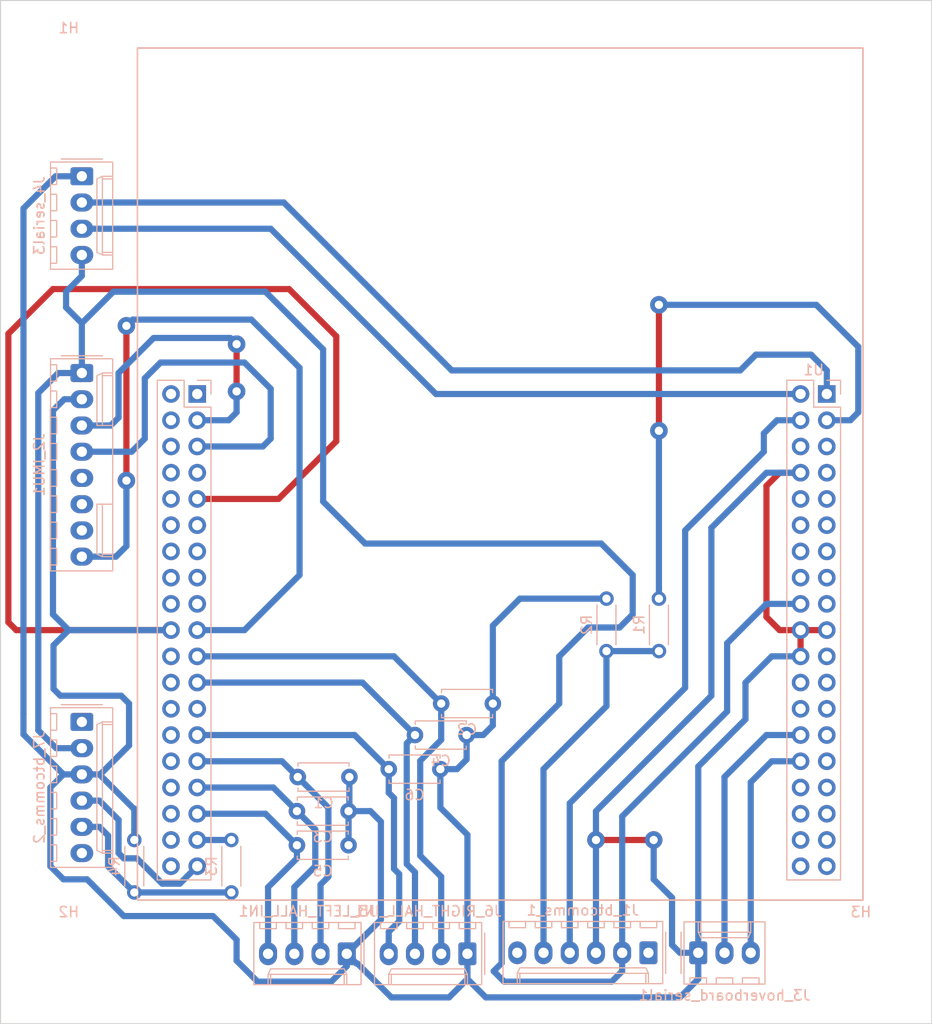
<source format=kicad_pcb>
(kicad_pcb (version 20171130) (host pcbnew "(5.0.2)-1")

  (general
    (thickness 1.6)
    (drawings 4)
    (tracks 263)
    (zones 0)
    (modules 21)
    (nets 65)
  )

  (page A4)
  (layers
    (0 F.Cu signal)
    (31 B.Cu jumper)
    (32 B.Adhes user)
    (33 F.Adhes user)
    (34 B.Paste user)
    (35 F.Paste user)
    (36 B.SilkS user)
    (37 F.SilkS user)
    (38 B.Mask user)
    (39 F.Mask user)
    (40 Dwgs.User user)
    (41 Cmts.User user)
    (42 Eco1.User user)
    (43 Eco2.User user)
    (44 Edge.Cuts user)
    (45 Margin user)
    (46 B.CrtYd user)
    (47 F.CrtYd user)
    (48 B.Fab user)
    (49 F.Fab user)
  )

  (setup
    (last_trace_width 0.6)
    (user_trace_width 0.2)
    (trace_clearance 0.25)
    (zone_clearance 0.508)
    (zone_45_only no)
    (trace_min 0.6)
    (segment_width 0.2)
    (edge_width 0.1)
    (via_size 1.7)
    (via_drill 0.8)
    (via_min_size 0.8)
    (via_min_drill 0.3)
    (uvia_size 0.3)
    (uvia_drill 0.1)
    (uvias_allowed no)
    (uvia_min_size 0.2)
    (uvia_min_drill 0.1)
    (pcb_text_width 0.3)
    (pcb_text_size 1.5 1.5)
    (mod_edge_width 0.15)
    (mod_text_size 1 1)
    (mod_text_width 0.15)
    (pad_size 1.5 1.5)
    (pad_drill 0.6)
    (pad_to_mask_clearance 0)
    (solder_mask_min_width 0.25)
    (aux_axis_origin 0 0)
    (visible_elements 7FFFFFFF)
    (pcbplotparams
      (layerselection 0x00000_7fffffff)
      (usegerberextensions false)
      (usegerberattributes false)
      (usegerberadvancedattributes false)
      (creategerberjobfile false)
      (excludeedgelayer true)
      (linewidth 0.100000)
      (plotframeref false)
      (viasonmask false)
      (mode 1)
      (useauxorigin false)
      (hpglpennumber 1)
      (hpglpenspeed 20)
      (hpglpendiameter 15.000000)
      (psnegative false)
      (psa4output false)
      (plotreference true)
      (plotvalue true)
      (plotinvisibletext false)
      (padsonsilk false)
      (subtractmaskfromsilk false)
      (outputformat 1)
      (mirror false)
      (drillshape 0)
      (scaleselection 1)
      (outputdirectory "gerber/"))
  )

  (net 0 "")
  (net 1 R_hall_C_LPF)
  (net 2 GND)
  (net 3 R_hall_B_LPF)
  (net 4 R_hall_A_LPF)
  (net 5 L_hall_C_LPF)
  (net 6 L_hall_B_LPF)
  (net 7 L_hall_A_LPF)
  (net 8 +5V)
  (net 9 hoverboard_serial_Rx)
  (net 10 hoverboard_serial_Tx)
  (net 11 IMU_SCL)
  (net 12 IMU_SDA)
  (net 13 IMU_INT)
  (net 14 serial3_Rx)
  (net 15 serial3_Tx)
  (net 16 bluetooth_serial_1_Tx)
  (net 17 "Net-(J1_btcomms_1-Pad5)")
  (net 18 "Net-(J7_btcomms_2-Pad5)")
  (net 19 bluetooth_serial_2_Tx)
  (net 20 bluetooth_serial_1_Rx)
  (net 21 bluetooth_serial_2_Rx)
  (net 22 "Net-(J1_btcomms_1-Pad1)")
  (net 23 "Net-(J1_btcomms_1-Pad6)")
  (net 24 "Net-(J2_IMU1-Pad5)")
  (net 25 "Net-(J2_IMU1-Pad6)")
  (net 26 "Net-(J2_IMU1-Pad7)")
  (net 27 "Net-(J7_btcomms_2-Pad6)")
  (net 28 "Net-(J7_btcomms_2-Pad1)")
  (net 29 "Net-(U1-PadPC0)")
  (net 30 "Net-(U1-PadPC3)")
  (net 31 "Net-(U1-PadPC1)")
  (net 32 "Net-(U1-PadPC2)")
  (net 33 "Net-(U1-PadPB0)")
  (net 34 "Net-(U1-PadVBAT)")
  (net 35 "Net-(U1-PadPA4)")
  (net 36 "Net-(U1-PadPH1)")
  (net 37 "Net-(U1-PadPH0)")
  (net 38 "Net-(U1-PadPC15)")
  (net 39 "Net-(U1-PadPC14)")
  (net 40 "Net-(U1-PadPC13)")
  (net 41 "Net-(U1-PadPB7)")
  (net 42 "Net-(U1-PadPA15)")
  (net 43 "Net-(U1-PadPA14)")
  (net 44 "Net-(U1-PadPA13)")
  (net 45 "Net-(U1-PadBOOT0)")
  (net 46 "Net-(U1-PadVDD)")
  (net 47 "Net-(U1-PadPA5)")
  (net 48 "Net-(U1-PadPC9)")
  (net 49 "Net-(U1-PadPA11)")
  (net 50 "Net-(U1-PadPA6)")
  (net 51 "Net-(U1-PadPC6)")
  (net 52 "Net-(U1-PadPC5)")
  (net 53 "Net-(U1-PadPA12)")
  (net 54 "Net-(U1-PadPC8)")
  (net 55 "Net-(U1-PadPB10)")
  (net 56 "Net-(U1-PadPB6)")
  (net 57 "Net-(U1-PadPA7)")
  (net 58 "Net-(U1-PadPB12)")
  (net 59 "Net-(U1-PadPB13)")
  (net 60 "Net-(U1-PadPB15)")
  (net 61 "Net-(U1-PadPB14)")
  (net 62 "Net-(U1-PadPB2)")
  (net 63 "Net-(U1-PadPC4)")
  (net 64 "Net-(U1-PadPB1)")

  (net_class Default "This is the default net class."
    (clearance 0.25)
    (trace_width 0.6)
    (via_dia 1.7)
    (via_drill 0.8)
    (uvia_dia 0.3)
    (uvia_drill 0.1)
    (diff_pair_gap 0.25)
    (diff_pair_width 0.6)
    (add_net +5V)
    (add_net GND)
    (add_net IMU_INT)
    (add_net IMU_SCL)
    (add_net IMU_SDA)
    (add_net L_hall_A_LPF)
    (add_net L_hall_B_LPF)
    (add_net L_hall_C_LPF)
    (add_net "Net-(J1_btcomms_1-Pad1)")
    (add_net "Net-(J1_btcomms_1-Pad5)")
    (add_net "Net-(J1_btcomms_1-Pad6)")
    (add_net "Net-(J2_IMU1-Pad5)")
    (add_net "Net-(J2_IMU1-Pad6)")
    (add_net "Net-(J2_IMU1-Pad7)")
    (add_net "Net-(J7_btcomms_2-Pad1)")
    (add_net "Net-(J7_btcomms_2-Pad5)")
    (add_net "Net-(J7_btcomms_2-Pad6)")
    (add_net "Net-(U1-PadBOOT0)")
    (add_net "Net-(U1-PadPA11)")
    (add_net "Net-(U1-PadPA12)")
    (add_net "Net-(U1-PadPA13)")
    (add_net "Net-(U1-PadPA14)")
    (add_net "Net-(U1-PadPA15)")
    (add_net "Net-(U1-PadPA4)")
    (add_net "Net-(U1-PadPA5)")
    (add_net "Net-(U1-PadPA6)")
    (add_net "Net-(U1-PadPA7)")
    (add_net "Net-(U1-PadPB0)")
    (add_net "Net-(U1-PadPB1)")
    (add_net "Net-(U1-PadPB10)")
    (add_net "Net-(U1-PadPB12)")
    (add_net "Net-(U1-PadPB13)")
    (add_net "Net-(U1-PadPB14)")
    (add_net "Net-(U1-PadPB15)")
    (add_net "Net-(U1-PadPB2)")
    (add_net "Net-(U1-PadPB6)")
    (add_net "Net-(U1-PadPB7)")
    (add_net "Net-(U1-PadPC0)")
    (add_net "Net-(U1-PadPC1)")
    (add_net "Net-(U1-PadPC13)")
    (add_net "Net-(U1-PadPC14)")
    (add_net "Net-(U1-PadPC15)")
    (add_net "Net-(U1-PadPC2)")
    (add_net "Net-(U1-PadPC3)")
    (add_net "Net-(U1-PadPC4)")
    (add_net "Net-(U1-PadPC5)")
    (add_net "Net-(U1-PadPC6)")
    (add_net "Net-(U1-PadPC8)")
    (add_net "Net-(U1-PadPC9)")
    (add_net "Net-(U1-PadPH0)")
    (add_net "Net-(U1-PadPH1)")
    (add_net "Net-(U1-PadVBAT)")
    (add_net "Net-(U1-PadVDD)")
    (add_net R_hall_A_LPF)
    (add_net R_hall_B_LPF)
    (add_net R_hall_C_LPF)
    (add_net bluetooth_serial_1_Rx)
    (add_net bluetooth_serial_1_Tx)
    (add_net bluetooth_serial_2_Rx)
    (add_net bluetooth_serial_2_Tx)
    (add_net hoverboard_serial_Rx)
    (add_net hoverboard_serial_Tx)
    (add_net serial3_Rx)
    (add_net serial3_Tx)
  )

  (module kicad_footprints:NUCLEO_F446RE (layer B.Cu) (tedit 5D8E7CA4) (tstamp 5D5D29FC)
    (at 128.725307 99.06888 180)
    (descr "Through hole straight pin header, 2x19, 2.54mm pitch, double rows")
    (tags "Through hole pin header THT 2x19 2.54mm double row")
    (path /5D5DB87A)
    (fp_text reference U1 (at 1.27 2.33 180) (layer B.SilkS)
      (effects (font (size 1 1) (thickness 0.15)) (justify mirror))
    )
    (fp_text value STM32F446RETx (at 1.27 -48.05 180) (layer B.Fab)
      (effects (font (size 1 1) (thickness 0.15)) (justify mirror))
    )
    (fp_text user %R (at 1.27 -22.86 90) (layer B.Fab)
      (effects (font (size 1 1) (thickness 0.15)) (justify mirror))
    )
    (fp_line (start 4.35 1.8) (end -1.8 1.8) (layer B.CrtYd) (width 0.05))
    (fp_line (start 4.35 -47.5) (end 4.35 1.8) (layer B.CrtYd) (width 0.05))
    (fp_line (start -1.8 -47.5) (end 4.35 -47.5) (layer B.CrtYd) (width 0.05))
    (fp_line (start -1.8 1.8) (end -1.8 -47.5) (layer B.CrtYd) (width 0.05))
    (fp_line (start -1.33 1.33) (end 0 1.33) (layer B.SilkS) (width 0.12))
    (fp_line (start -1.33 0) (end -1.33 1.33) (layer B.SilkS) (width 0.12))
    (fp_line (start 1.27 1.33) (end 3.87 1.33) (layer B.SilkS) (width 0.12))
    (fp_line (start 1.27 -1.27) (end 1.27 1.33) (layer B.SilkS) (width 0.12))
    (fp_line (start -1.33 -1.27) (end 1.27 -1.27) (layer B.SilkS) (width 0.12))
    (fp_line (start 3.87 1.33) (end 3.87 -47.05) (layer B.SilkS) (width 0.12))
    (fp_line (start -1.33 -1.27) (end -1.33 -47.05) (layer B.SilkS) (width 0.12))
    (fp_line (start -1.33 -47.05) (end 3.87 -47.05) (layer B.SilkS) (width 0.12))
    (fp_line (start -1.27 0) (end 0 1.27) (layer B.Fab) (width 0.1))
    (fp_line (start -1.27 -46.99) (end -1.27 0) (layer B.Fab) (width 0.1))
    (fp_line (start 3.81 -46.99) (end -1.27 -46.99) (layer B.Fab) (width 0.1))
    (fp_line (start 3.81 1.27) (end 3.81 -46.99) (layer B.Fab) (width 0.1))
    (fp_line (start 0 1.27) (end 3.81 1.27) (layer B.Fab) (width 0.1))
    (fp_text user %R (at 62.23 -22.86 90) (layer B.Fab)
      (effects (font (size 1 1) (thickness 0.15)) (justify mirror))
    )
    (fp_line (start 65.31 1.8) (end 59.16 1.8) (layer B.CrtYd) (width 0.05))
    (fp_line (start 59.16 -47.5) (end 65.31 -47.5) (layer B.CrtYd) (width 0.05))
    (fp_line (start 59.63 1.33) (end 60.96 1.33) (layer B.SilkS) (width 0.12))
    (fp_line (start 64.83 1.33) (end 64.83 -47.05) (layer B.SilkS) (width 0.12))
    (fp_line (start 59.63 0) (end 59.63 1.33) (layer B.SilkS) (width 0.12))
    (fp_line (start 62.23 -1.27) (end 62.23 1.33) (layer B.SilkS) (width 0.12))
    (fp_line (start 59.63 -1.27) (end 62.23 -1.27) (layer B.SilkS) (width 0.12))
    (fp_line (start 59.63 -1.27) (end 59.63 -47.05) (layer B.SilkS) (width 0.12))
    (fp_line (start 59.69 0) (end 60.96 1.27) (layer B.Fab) (width 0.1))
    (fp_line (start 59.69 -46.99) (end 59.69 0) (layer B.Fab) (width 0.1))
    (fp_line (start 59.16 1.8) (end 59.16 -47.5) (layer B.CrtYd) (width 0.05))
    (fp_line (start 64.77 -46.99) (end 59.69 -46.99) (layer B.Fab) (width 0.1))
    (fp_line (start 65.31 -47.5) (end 65.31 1.8) (layer B.CrtYd) (width 0.05))
    (fp_line (start 62.23 1.33) (end 64.83 1.33) (layer B.SilkS) (width 0.12))
    (fp_line (start 64.77 1.27) (end 64.77 -46.99) (layer B.Fab) (width 0.1))
    (fp_line (start 60.96 1.27) (end 64.77 1.27) (layer B.Fab) (width 0.1))
    (fp_line (start 59.63 -47.05) (end 64.83 -47.05) (layer B.SilkS) (width 0.12))
    (fp_line (start -3.25 -49) (end 66.75 -49) (layer B.SilkS) (width 0.15))
    (fp_line (start 66.75 -49) (end 66.75 33.5) (layer B.SilkS) (width 0.15))
    (fp_line (start 66.75 33.5) (end -3.5 33.5) (layer B.SilkS) (width 0.15))
    (fp_line (start -3.5 33.5) (end -3.5 -49) (layer B.SilkS) (width 0.15))
    (fp_line (start -3.5 -49) (end -3.25 -49) (layer B.SilkS) (width 0.15))
    (pad PC0 thru_hole oval (at 2.54 -45.72 180) (size 1.7 1.7) (drill 1) (layers *.Cu *.Mask)
      (net 29 "Net-(U1-PadPC0)"))
    (pad PC3 thru_hole oval (at 0 -45.72 180) (size 1.7 1.7) (drill 1) (layers *.Cu *.Mask)
      (net 30 "Net-(U1-PadPC3)"))
    (pad PC1 thru_hole oval (at 2.54 -43.18 180) (size 1.7 1.7) (drill 1) (layers *.Cu *.Mask)
      (net 31 "Net-(U1-PadPC1)"))
    (pad PC2 thru_hole oval (at 0 -43.18 180) (size 1.7 1.7) (drill 1) (layers *.Cu *.Mask)
      (net 32 "Net-(U1-PadPC2)"))
    (pad PB0 thru_hole oval (at 2.54 -40.64 180) (size 1.7 1.7) (drill 1) (layers *.Cu *.Mask)
      (net 33 "Net-(U1-PadPB0)"))
    (pad VBAT thru_hole oval (at 0 -40.64 180) (size 1.7 1.7) (drill 1) (layers *.Cu *.Mask)
      (net 34 "Net-(U1-PadVBAT)"))
    (pad PA4 thru_hole oval (at 2.54 -38.1 180) (size 1.7 1.7) (drill 1) (layers *.Cu *.Mask)
      (net 35 "Net-(U1-PadPA4)"))
    (pad PH1 thru_hole oval (at 0 -38.1 180) (size 1.7 1.7) (drill 1) (layers *.Cu *.Mask)
      (net 36 "Net-(U1-PadPH1)"))
    (pad PA1 thru_hole oval (at 2.54 -35.56 180) (size 1.7 1.7) (drill 1) (layers *.Cu *.Mask)
      (net 10 hoverboard_serial_Tx))
    (pad PH0 thru_hole oval (at 0 -35.56 180) (size 1.7 1.7) (drill 1) (layers *.Cu *.Mask)
      (net 37 "Net-(U1-PadPH0)"))
    (pad PA0 thru_hole oval (at 2.54 -33.02 180) (size 1.7 1.7) (drill 1) (layers *.Cu *.Mask)
      (net 9 hoverboard_serial_Rx))
    (pad PC15 thru_hole oval (at 0 -33.02 180) (size 1.7 1.7) (drill 1) (layers *.Cu *.Mask)
      (net 38 "Net-(U1-PadPC15)"))
    (pad NC thru_hole oval (at 2.54 -30.48 180) (size 1.7 1.7) (drill 1) (layers *.Cu *.Mask))
    (pad PC14 thru_hole oval (at 0 -30.48 180) (size 1.7 1.7) (drill 1) (layers *.Cu *.Mask)
      (net 39 "Net-(U1-PadPC14)"))
    (pad VIN thru_hole oval (at 2.54 -27.94 180) (size 1.7 1.7) (drill 1) (layers *.Cu *.Mask))
    (pad PC13 thru_hole oval (at 0 -27.94 180) (size 1.7 1.7) (drill 1) (layers *.Cu *.Mask)
      (net 40 "Net-(U1-PadPC13)"))
    (pad GND thru_hole oval (at 2.54 -25.4 180) (size 1.7 1.7) (drill 1) (layers *.Cu *.Mask)
      (net 2 GND))
    (pad PB7 thru_hole oval (at 0 -25.4 180) (size 1.7 1.7) (drill 1) (layers *.Cu *.Mask)
      (net 41 "Net-(U1-PadPB7)"))
    (pad GND thru_hole oval (at 2.54 -22.86 180) (size 1.7 1.7) (drill 1) (layers *.Cu *.Mask)
      (net 2 GND))
    (pad GND thru_hole oval (at 0 -22.86 180) (size 1.7 1.7) (drill 1) (layers *.Cu *.Mask)
      (net 2 GND))
    (pad 5V thru_hole oval (at 2.54 -20.32 180) (size 1.7 1.7) (drill 1) (layers *.Cu *.Mask)
      (net 8 +5V))
    (pad PA15 thru_hole oval (at 0 -20.32 180) (size 1.7 1.7) (drill 1) (layers *.Cu *.Mask)
      (net 42 "Net-(U1-PadPA15)"))
    (pad 3V3 thru_hole oval (at 2.54 -17.78 180) (size 1.7 1.7) (drill 1) (layers *.Cu *.Mask))
    (pad PA14 thru_hole oval (at 0 -17.78 180) (size 1.7 1.7) (drill 1) (layers *.Cu *.Mask)
      (net 43 "Net-(U1-PadPA14)"))
    (pad RESET thru_hole oval (at 2.54 -15.24 180) (size 1.7 1.7) (drill 1) (layers *.Cu *.Mask))
    (pad PA13 thru_hole oval (at 0 -15.24 180) (size 1.7 1.7) (drill 1) (layers *.Cu *.Mask)
      (net 44 "Net-(U1-PadPA13)"))
    (pad IOREF thru_hole oval (at 2.54 -12.7 180) (size 1.7 1.7) (drill 1) (layers *.Cu *.Mask))
    (pad NC thru_hole oval (at 0 -12.7 180) (size 1.7 1.7) (drill 1) (layers *.Cu *.Mask))
    (pad NC thru_hole oval (at 2.54 -10.16 180) (size 1.7 1.7) (drill 1) (layers *.Cu *.Mask))
    (pad NC thru_hole oval (at 0 -10.16 180) (size 1.7 1.7) (drill 1) (layers *.Cu *.Mask))
    (pad GND thru_hole oval (at 2.54 -7.62 180) (size 1.7 1.7) (drill 1) (layers *.Cu *.Mask)
      (net 2 GND))
    (pad BOOT0 thru_hole oval (at 0 -7.62 180) (size 1.7 1.7) (drill 1) (layers *.Cu *.Mask)
      (net 45 "Net-(U1-PadBOOT0)"))
    (pad E5V thru_hole oval (at 2.54 -5.08 180) (size 1.7 1.7) (drill 1) (layers *.Cu *.Mask))
    (pad VDD thru_hole oval (at 0 -5.08 180) (size 1.7 1.7) (drill 1) (layers *.Cu *.Mask)
      (net 46 "Net-(U1-PadVDD)"))
    (pad PD2 thru_hole oval (at 2.54 -2.54 180) (size 1.7 1.7) (drill 1) (layers *.Cu *.Mask)
      (net 16 bluetooth_serial_1_Tx))
    (pad PC12 thru_hole oval (at 0 -2.54 180) (size 1.7 1.7) (drill 1) (layers *.Cu *.Mask)
      (net 20 bluetooth_serial_1_Rx))
    (pad PC11 thru_hole oval (at 2.54 0 180) (size 1.7 1.7) (drill 1) (layers *.Cu *.Mask)
      (net 15 serial3_Tx))
    (pad PC10 thru_hole rect (at 0 0 180) (size 1.7 1.7) (drill 1) (layers *.Cu *.Mask)
      (net 14 serial3_Rx))
    (pad PA5 thru_hole oval (at 60.96 -12.7 180) (size 1.7 1.7) (drill 1) (layers *.Cu *.Mask)
      (net 47 "Net-(U1-PadPA5)"))
    (pad PC9 thru_hole rect (at 60.96 0 180) (size 1.7 1.7) (drill 1) (layers *.Cu *.Mask)
      (net 48 "Net-(U1-PadPC9)"))
    (pad PA11 thru_hole oval (at 63.5 -15.24 180) (size 1.7 1.7) (drill 1) (layers *.Cu *.Mask)
      (net 49 "Net-(U1-PadPA11)"))
    (pad PA6 thru_hole oval (at 60.96 -15.24 180) (size 1.7 1.7) (drill 1) (layers *.Cu *.Mask)
      (net 50 "Net-(U1-PadPA6)"))
    (pad GND thru_hole oval (at 60.96 -10.16 180) (size 1.7 1.7) (drill 1) (layers *.Cu *.Mask)
      (net 2 GND))
    (pad AVDD thru_hole oval (at 60.96 -7.62 180) (size 1.7 1.7) (drill 1) (layers *.Cu *.Mask))
    (pad PC6 thru_hole oval (at 63.5 -2.54 180) (size 1.7 1.7) (drill 1) (layers *.Cu *.Mask)
      (net 51 "Net-(U1-PadPC6)"))
    (pad NC thru_hole oval (at 63.5 -10.16 180) (size 1.7 1.7) (drill 1) (layers *.Cu *.Mask))
    (pad PC5 thru_hole oval (at 63.5 -5.08 180) (size 1.7 1.7) (drill 1) (layers *.Cu *.Mask)
      (net 52 "Net-(U1-PadPC5)"))
    (pad PA12 thru_hole oval (at 63.5 -12.7 180) (size 1.7 1.7) (drill 1) (layers *.Cu *.Mask)
      (net 53 "Net-(U1-PadPA12)"))
    (pad U5V thru_hole oval (at 63.5 -7.62 180) (size 1.7 1.7) (drill 1) (layers *.Cu *.Mask))
    (pad PB9 thru_hole oval (at 60.96 -5.08 180) (size 1.7 1.7) (drill 1) (layers *.Cu *.Mask)
      (net 12 IMU_SDA))
    (pad PB8 thru_hole oval (at 60.96 -2.54 180) (size 1.7 1.7) (drill 1) (layers *.Cu *.Mask)
      (net 11 IMU_SCL))
    (pad PC8 thru_hole oval (at 63.5 0 180) (size 1.7 1.7) (drill 1) (layers *.Cu *.Mask)
      (net 54 "Net-(U1-PadPC8)"))
    (pad PB5 thru_hole oval (at 60.96 -35.56 180) (size 1.7 1.7) (drill 1) (layers *.Cu *.Mask)
      (net 5 L_hall_C_LPF))
    (pad AGND thru_hole oval (at 63.5 -38.1 180) (size 1.7 1.7) (drill 1) (layers *.Cu *.Mask))
    (pad NC thru_hole oval (at 63.5 -43.18 180) (size 1.7 1.7) (drill 1) (layers *.Cu *.Mask))
    (pad PB3 thru_hole oval (at 60.96 -38.1 180) (size 1.7 1.7) (drill 1) (layers *.Cu *.Mask)
      (net 6 L_hall_B_LPF))
    (pad PB10 thru_hole oval (at 60.96 -30.48 180) (size 1.7 1.7) (drill 1) (layers *.Cu *.Mask)
      (net 55 "Net-(U1-PadPB10)"))
    (pad GND thru_hole oval (at 63.5 -22.86 180) (size 1.7 1.7) (drill 1) (layers *.Cu *.Mask)
      (net 2 GND))
    (pad PB6 thru_hole oval (at 60.96 -20.32 180) (size 1.7 1.7) (drill 1) (layers *.Cu *.Mask)
      (net 56 "Net-(U1-PadPB6)"))
    (pad PA8 thru_hole oval (at 60.96 -27.94 180) (size 1.7 1.7) (drill 1) (layers *.Cu *.Mask)
      (net 3 R_hall_B_LPF))
    (pad PA7 thru_hole oval (at 60.96 -17.78 180) (size 1.7 1.7) (drill 1) (layers *.Cu *.Mask)
      (net 57 "Net-(U1-PadPA7)"))
    (pad PA10 thru_hole oval (at 60.96 -40.64 180) (size 1.7 1.7) (drill 1) (layers *.Cu *.Mask)
      (net 7 L_hall_A_LPF))
    (pad PB12 thru_hole oval (at 63.5 -17.78 180) (size 1.7 1.7) (drill 1) (layers *.Cu *.Mask)
      (net 58 "Net-(U1-PadPB12)"))
    (pad PB13 thru_hole oval (at 63.5 -35.56 180) (size 1.7 1.7) (drill 1) (layers *.Cu *.Mask)
      (net 59 "Net-(U1-PadPB13)"))
    (pad NC thru_hole oval (at 63.5 -45.72 180) (size 1.7 1.7) (drill 1) (layers *.Cu *.Mask))
    (pad PB4 thru_hole oval (at 60.96 -33.02 180) (size 1.7 1.7) (drill 1) (layers *.Cu *.Mask)
      (net 4 R_hall_A_LPF))
    (pad PA3 thru_hole oval (at 60.96 -45.72 180) (size 1.7 1.7) (drill 1) (layers *.Cu *.Mask)
      (net 19 bluetooth_serial_2_Tx))
    (pad PB15 thru_hole oval (at 63.5 -30.48 180) (size 1.7 1.7) (drill 1) (layers *.Cu *.Mask)
      (net 60 "Net-(U1-PadPB15)"))
    (pad PB14 thru_hole oval (at 63.5 -33.02 180) (size 1.7 1.7) (drill 1) (layers *.Cu *.Mask)
      (net 61 "Net-(U1-PadPB14)"))
    (pad PB2 thru_hole oval (at 63.5 -25.4 180) (size 1.7 1.7) (drill 1) (layers *.Cu *.Mask)
      (net 62 "Net-(U1-PadPB2)"))
    (pad PC4 thru_hole oval (at 63.5 -40.64 180) (size 1.7 1.7) (drill 1) (layers *.Cu *.Mask)
      (net 63 "Net-(U1-PadPC4)"))
    (pad PA2 thru_hole oval (at 60.96 -43.18 180) (size 1.7 1.7) (drill 1) (layers *.Cu *.Mask)
      (net 21 bluetooth_serial_2_Rx))
    (pad PA9 thru_hole oval (at 60.96 -25.4 180) (size 1.7 1.7) (drill 1) (layers *.Cu *.Mask)
      (net 1 R_hall_C_LPF))
    (pad PC7 thru_hole oval (at 60.96 -22.86 180) (size 1.7 1.7) (drill 1) (layers *.Cu *.Mask)
      (net 13 IMU_INT))
    (pad PB1 thru_hole oval (at 63.5 -27.94 180) (size 1.7 1.7) (drill 1) (layers *.Cu *.Mask)
      (net 64 "Net-(U1-PadPB1)"))
    (pad NC thru_hole oval (at 63.5 -20.32 180) (size 1.7 1.7) (drill 1) (layers *.Cu *.Mask))
    (model ${KISYS3DMOD}/Connector_PinHeader_2.54mm.3dshapes/PinHeader_2x19_P2.54mm_Vertical.wrl
      (at (xyz 0 0 0))
      (scale (xyz 1 1 1))
      (rotate (xyz 0 0 0))
    )
  )

  (module Capacitor_THT:C_Disc_D4.7mm_W2.5mm_P5.00mm (layer B.Cu) (tedit 5AE50EF0) (tstamp 5D85DDA2)
    (at 86.307307 135.39088)
    (descr "C, Disc series, Radial, pin pitch=5.00mm, , diameter*width=4.7*2.5mm^2, Capacitor, http://www.vishay.com/docs/45233/krseries.pdf")
    (tags "C Disc series Radial pin pitch 5.00mm  diameter 4.7mm width 2.5mm Capacitor")
    (path /5D5DBC6E)
    (fp_text reference C6 (at 2.5 2.5) (layer B.SilkS)
      (effects (font (size 1 1) (thickness 0.15)) (justify mirror))
    )
    (fp_text value 5nF (at 2.5 -2.5) (layer B.Fab)
      (effects (font (size 1 1) (thickness 0.15)) (justify mirror))
    )
    (fp_text user %R (at 2.5 0) (layer B.Fab)
      (effects (font (size 0.94 0.94) (thickness 0.141)) (justify mirror))
    )
    (fp_line (start 6.05 1.5) (end -1.05 1.5) (layer B.CrtYd) (width 0.05))
    (fp_line (start 6.05 -1.5) (end 6.05 1.5) (layer B.CrtYd) (width 0.05))
    (fp_line (start -1.05 -1.5) (end 6.05 -1.5) (layer B.CrtYd) (width 0.05))
    (fp_line (start -1.05 1.5) (end -1.05 -1.5) (layer B.CrtYd) (width 0.05))
    (fp_line (start 4.97 -1.055) (end 4.97 -1.37) (layer B.SilkS) (width 0.12))
    (fp_line (start 4.97 1.37) (end 4.97 1.055) (layer B.SilkS) (width 0.12))
    (fp_line (start 0.03 -1.055) (end 0.03 -1.37) (layer B.SilkS) (width 0.12))
    (fp_line (start 0.03 1.37) (end 0.03 1.055) (layer B.SilkS) (width 0.12))
    (fp_line (start 0.03 -1.37) (end 4.97 -1.37) (layer B.SilkS) (width 0.12))
    (fp_line (start 0.03 1.37) (end 4.97 1.37) (layer B.SilkS) (width 0.12))
    (fp_line (start 4.85 1.25) (end 0.15 1.25) (layer B.Fab) (width 0.1))
    (fp_line (start 4.85 -1.25) (end 4.85 1.25) (layer B.Fab) (width 0.1))
    (fp_line (start 0.15 -1.25) (end 4.85 -1.25) (layer B.Fab) (width 0.1))
    (fp_line (start 0.15 1.25) (end 0.15 -1.25) (layer B.Fab) (width 0.1))
    (pad 2 thru_hole circle (at 5 0) (size 1.6 1.6) (drill 0.8) (layers *.Cu *.Mask)
      (net 2 GND))
    (pad 1 thru_hole circle (at 0 0) (size 1.6 1.6) (drill 0.8) (layers *.Cu *.Mask)
      (net 4 R_hall_A_LPF))
    (model ${KISYS3DMOD}/Capacitor_THT.3dshapes/C_Disc_D4.7mm_W2.5mm_P5.00mm.wrl
      (at (xyz 0 0 0))
      (scale (xyz 1 1 1))
      (rotate (xyz 0 0 0))
    )
  )

  (module Capacitor_THT:C_Disc_D4.7mm_W2.5mm_P5.00mm (layer B.Cu) (tedit 5D860947) (tstamp 5D85DD39)
    (at 77.497307 136.15288)
    (descr "C, Disc series, Radial, pin pitch=5.00mm, , diameter*width=4.7*2.5mm^2, Capacitor, http://www.vishay.com/docs/45233/krseries.pdf")
    (tags "C Disc series Radial pin pitch 5.00mm  diameter 4.7mm width 2.5mm Capacitor")
    (path /5D5DBC9E)
    (fp_text reference C1 (at 2.5 2.5) (layer B.SilkS)
      (effects (font (size 1 1) (thickness 0.15)) (justify mirror))
    )
    (fp_text value 5nF (at 2.5 -2.5) (layer B.Fab)
      (effects (font (size 1 1) (thickness 0.15)) (justify mirror))
    )
    (fp_line (start 0.15 1.25) (end 0.15 -1.25) (layer B.Fab) (width 0.1))
    (fp_line (start 0.15 -1.25) (end 4.85 -1.25) (layer B.Fab) (width 0.1))
    (fp_line (start 4.85 -1.25) (end 4.85 1.25) (layer B.Fab) (width 0.1))
    (fp_line (start 4.85 1.25) (end 0.15 1.25) (layer B.Fab) (width 0.1))
    (fp_line (start 0.03 1.37) (end 4.97 1.37) (layer B.SilkS) (width 0.12))
    (fp_line (start 0.03 -1.37) (end 4.97 -1.37) (layer B.SilkS) (width 0.12))
    (fp_line (start 0.03 1.37) (end 0.03 1.055) (layer B.SilkS) (width 0.12))
    (fp_line (start 0.03 -1.055) (end 0.03 -1.37) (layer B.SilkS) (width 0.12))
    (fp_line (start 4.97 1.37) (end 4.97 1.055) (layer B.SilkS) (width 0.12))
    (fp_line (start 4.97 -1.055) (end 4.97 -1.37) (layer B.SilkS) (width 0.12))
    (fp_line (start -1.05 1.5) (end -1.05 -1.5) (layer B.CrtYd) (width 0.05))
    (fp_line (start -1.05 -1.5) (end 6.05 -1.5) (layer B.CrtYd) (width 0.05))
    (fp_line (start 6.05 -1.5) (end 6.05 1.5) (layer B.CrtYd) (width 0.05))
    (fp_line (start 6.05 1.5) (end -1.05 1.5) (layer B.CrtYd) (width 0.05))
    (fp_text user %R (at 2.5 0) (layer B.Fab)
      (effects (font (size 0.94 0.94) (thickness 0.141)) (justify mirror))
    )
    (pad 1 thru_hole circle (at 0 0) (size 1.6 1.6) (drill 0.8) (layers *.Cu *.Mask)
      (net 5 L_hall_C_LPF))
    (pad 2 thru_hole circle (at 5 0) (size 1.6 1.6) (drill 0.8) (layers *.Cu *.Mask)
      (net 2 GND))
    (model ${KISYS3DMOD}/Capacitor_THT.3dshapes/C_Disc_D4.7mm_W2.5mm_P5.00mm.wrl
      (at (xyz 0 0 0))
      (scale (xyz 1 1 1))
      (rotate (xyz 0 0 0))
    )
  )

  (module Capacitor_THT:C_Disc_D4.7mm_W2.5mm_P5.00mm (layer B.Cu) (tedit 5AE50EF0) (tstamp 5D85DD4E)
    (at 91.387307 129.04088)
    (descr "C, Disc series, Radial, pin pitch=5.00mm, , diameter*width=4.7*2.5mm^2, Capacitor, http://www.vishay.com/docs/45233/krseries.pdf")
    (tags "C Disc series Radial pin pitch 5.00mm  diameter 4.7mm width 2.5mm Capacitor")
    (path /5D5DA536)
    (fp_text reference C2 (at 2.5 2.5) (layer B.SilkS)
      (effects (font (size 1 1) (thickness 0.15)) (justify mirror))
    )
    (fp_text value 5nF (at 2.5 -2.5) (layer B.Fab)
      (effects (font (size 1 1) (thickness 0.15)) (justify mirror))
    )
    (fp_text user %R (at 2.5 0) (layer B.Fab)
      (effects (font (size 0.94 0.94) (thickness 0.141)) (justify mirror))
    )
    (fp_line (start 6.05 1.5) (end -1.05 1.5) (layer B.CrtYd) (width 0.05))
    (fp_line (start 6.05 -1.5) (end 6.05 1.5) (layer B.CrtYd) (width 0.05))
    (fp_line (start -1.05 -1.5) (end 6.05 -1.5) (layer B.CrtYd) (width 0.05))
    (fp_line (start -1.05 1.5) (end -1.05 -1.5) (layer B.CrtYd) (width 0.05))
    (fp_line (start 4.97 -1.055) (end 4.97 -1.37) (layer B.SilkS) (width 0.12))
    (fp_line (start 4.97 1.37) (end 4.97 1.055) (layer B.SilkS) (width 0.12))
    (fp_line (start 0.03 -1.055) (end 0.03 -1.37) (layer B.SilkS) (width 0.12))
    (fp_line (start 0.03 1.37) (end 0.03 1.055) (layer B.SilkS) (width 0.12))
    (fp_line (start 0.03 -1.37) (end 4.97 -1.37) (layer B.SilkS) (width 0.12))
    (fp_line (start 0.03 1.37) (end 4.97 1.37) (layer B.SilkS) (width 0.12))
    (fp_line (start 4.85 1.25) (end 0.15 1.25) (layer B.Fab) (width 0.1))
    (fp_line (start 4.85 -1.25) (end 4.85 1.25) (layer B.Fab) (width 0.1))
    (fp_line (start 0.15 -1.25) (end 4.85 -1.25) (layer B.Fab) (width 0.1))
    (fp_line (start 0.15 1.25) (end 0.15 -1.25) (layer B.Fab) (width 0.1))
    (pad 2 thru_hole circle (at 5 0) (size 1.6 1.6) (drill 0.8) (layers *.Cu *.Mask)
      (net 2 GND))
    (pad 1 thru_hole circle (at 0 0) (size 1.6 1.6) (drill 0.8) (layers *.Cu *.Mask)
      (net 1 R_hall_C_LPF))
    (model ${KISYS3DMOD}/Capacitor_THT.3dshapes/C_Disc_D4.7mm_W2.5mm_P5.00mm.wrl
      (at (xyz 0 0 0))
      (scale (xyz 1 1 1))
      (rotate (xyz 0 0 0))
    )
  )

  (module Capacitor_THT:C_Disc_D4.7mm_W2.5mm_P5.00mm (layer B.Cu) (tedit 5AE50EF0) (tstamp 5D85DD63)
    (at 77.417307 139.45488)
    (descr "C, Disc series, Radial, pin pitch=5.00mm, , diameter*width=4.7*2.5mm^2, Capacitor, http://www.vishay.com/docs/45233/krseries.pdf")
    (tags "C Disc series Radial pin pitch 5.00mm  diameter 4.7mm width 2.5mm Capacitor")
    (path /5D5DBCE2)
    (fp_text reference C3 (at 2.5 2.5) (layer B.SilkS)
      (effects (font (size 1 1) (thickness 0.15)) (justify mirror))
    )
    (fp_text value 5nF (at 2.5 -2.5) (layer B.Fab)
      (effects (font (size 1 1) (thickness 0.15)) (justify mirror))
    )
    (fp_line (start 0.15 1.25) (end 0.15 -1.25) (layer B.Fab) (width 0.1))
    (fp_line (start 0.15 -1.25) (end 4.85 -1.25) (layer B.Fab) (width 0.1))
    (fp_line (start 4.85 -1.25) (end 4.85 1.25) (layer B.Fab) (width 0.1))
    (fp_line (start 4.85 1.25) (end 0.15 1.25) (layer B.Fab) (width 0.1))
    (fp_line (start 0.03 1.37) (end 4.97 1.37) (layer B.SilkS) (width 0.12))
    (fp_line (start 0.03 -1.37) (end 4.97 -1.37) (layer B.SilkS) (width 0.12))
    (fp_line (start 0.03 1.37) (end 0.03 1.055) (layer B.SilkS) (width 0.12))
    (fp_line (start 0.03 -1.055) (end 0.03 -1.37) (layer B.SilkS) (width 0.12))
    (fp_line (start 4.97 1.37) (end 4.97 1.055) (layer B.SilkS) (width 0.12))
    (fp_line (start 4.97 -1.055) (end 4.97 -1.37) (layer B.SilkS) (width 0.12))
    (fp_line (start -1.05 1.5) (end -1.05 -1.5) (layer B.CrtYd) (width 0.05))
    (fp_line (start -1.05 -1.5) (end 6.05 -1.5) (layer B.CrtYd) (width 0.05))
    (fp_line (start 6.05 -1.5) (end 6.05 1.5) (layer B.CrtYd) (width 0.05))
    (fp_line (start 6.05 1.5) (end -1.05 1.5) (layer B.CrtYd) (width 0.05))
    (fp_text user %R (at 2.5 0) (layer B.Fab)
      (effects (font (size 0.94 0.94) (thickness 0.141)) (justify mirror))
    )
    (pad 1 thru_hole circle (at 0 0) (size 1.6 1.6) (drill 0.8) (layers *.Cu *.Mask)
      (net 6 L_hall_B_LPF))
    (pad 2 thru_hole circle (at 5 0) (size 1.6 1.6) (drill 0.8) (layers *.Cu *.Mask)
      (net 2 GND))
    (model ${KISYS3DMOD}/Capacitor_THT.3dshapes/C_Disc_D4.7mm_W2.5mm_P5.00mm.wrl
      (at (xyz 0 0 0))
      (scale (xyz 1 1 1))
      (rotate (xyz 0 0 0))
    )
  )

  (module Capacitor_THT:C_Disc_D4.7mm_W2.5mm_P5.00mm (layer B.Cu) (tedit 5AE50EF0) (tstamp 5D85DD78)
    (at 88.847307 132.08888)
    (descr "C, Disc series, Radial, pin pitch=5.00mm, , diameter*width=4.7*2.5mm^2, Capacitor, http://www.vishay.com/docs/45233/krseries.pdf")
    (tags "C Disc series Radial pin pitch 5.00mm  diameter 4.7mm width 2.5mm Capacitor")
    (path /5D5DBC42)
    (fp_text reference C4 (at 2.5 2.5) (layer B.SilkS)
      (effects (font (size 1 1) (thickness 0.15)) (justify mirror))
    )
    (fp_text value 5nF (at 2.5 -2.5) (layer B.Fab)
      (effects (font (size 1 1) (thickness 0.15)) (justify mirror))
    )
    (fp_text user %R (at 2.5 0) (layer B.Fab)
      (effects (font (size 0.94 0.94) (thickness 0.141)) (justify mirror))
    )
    (fp_line (start 6.05 1.5) (end -1.05 1.5) (layer B.CrtYd) (width 0.05))
    (fp_line (start 6.05 -1.5) (end 6.05 1.5) (layer B.CrtYd) (width 0.05))
    (fp_line (start -1.05 -1.5) (end 6.05 -1.5) (layer B.CrtYd) (width 0.05))
    (fp_line (start -1.05 1.5) (end -1.05 -1.5) (layer B.CrtYd) (width 0.05))
    (fp_line (start 4.97 -1.055) (end 4.97 -1.37) (layer B.SilkS) (width 0.12))
    (fp_line (start 4.97 1.37) (end 4.97 1.055) (layer B.SilkS) (width 0.12))
    (fp_line (start 0.03 -1.055) (end 0.03 -1.37) (layer B.SilkS) (width 0.12))
    (fp_line (start 0.03 1.37) (end 0.03 1.055) (layer B.SilkS) (width 0.12))
    (fp_line (start 0.03 -1.37) (end 4.97 -1.37) (layer B.SilkS) (width 0.12))
    (fp_line (start 0.03 1.37) (end 4.97 1.37) (layer B.SilkS) (width 0.12))
    (fp_line (start 4.85 1.25) (end 0.15 1.25) (layer B.Fab) (width 0.1))
    (fp_line (start 4.85 -1.25) (end 4.85 1.25) (layer B.Fab) (width 0.1))
    (fp_line (start 0.15 -1.25) (end 4.85 -1.25) (layer B.Fab) (width 0.1))
    (fp_line (start 0.15 1.25) (end 0.15 -1.25) (layer B.Fab) (width 0.1))
    (pad 2 thru_hole circle (at 5 0) (size 1.6 1.6) (drill 0.8) (layers *.Cu *.Mask)
      (net 2 GND))
    (pad 1 thru_hole circle (at 0 0) (size 1.6 1.6) (drill 0.8) (layers *.Cu *.Mask)
      (net 3 R_hall_B_LPF))
    (model ${KISYS3DMOD}/Capacitor_THT.3dshapes/C_Disc_D4.7mm_W2.5mm_P5.00mm.wrl
      (at (xyz 0 0 0))
      (scale (xyz 1 1 1))
      (rotate (xyz 0 0 0))
    )
  )

  (module Capacitor_THT:C_Disc_D4.7mm_W2.5mm_P5.00mm (layer B.Cu) (tedit 5AE50EF0) (tstamp 5D85DD8D)
    (at 77.417307 142.75688)
    (descr "C, Disc series, Radial, pin pitch=5.00mm, , diameter*width=4.7*2.5mm^2, Capacitor, http://www.vishay.com/docs/45233/krseries.pdf")
    (tags "C Disc series Radial pin pitch 5.00mm  diameter 4.7mm width 2.5mm Capacitor")
    (path /5D5DBD2A)
    (fp_text reference C5 (at 2.5 2.5) (layer B.SilkS)
      (effects (font (size 1 1) (thickness 0.15)) (justify mirror))
    )
    (fp_text value 5nF (at 2.5 -2.5) (layer B.Fab)
      (effects (font (size 1 1) (thickness 0.15)) (justify mirror))
    )
    (fp_line (start 0.15 1.25) (end 0.15 -1.25) (layer B.Fab) (width 0.1))
    (fp_line (start 0.15 -1.25) (end 4.85 -1.25) (layer B.Fab) (width 0.1))
    (fp_line (start 4.85 -1.25) (end 4.85 1.25) (layer B.Fab) (width 0.1))
    (fp_line (start 4.85 1.25) (end 0.15 1.25) (layer B.Fab) (width 0.1))
    (fp_line (start 0.03 1.37) (end 4.97 1.37) (layer B.SilkS) (width 0.12))
    (fp_line (start 0.03 -1.37) (end 4.97 -1.37) (layer B.SilkS) (width 0.12))
    (fp_line (start 0.03 1.37) (end 0.03 1.055) (layer B.SilkS) (width 0.12))
    (fp_line (start 0.03 -1.055) (end 0.03 -1.37) (layer B.SilkS) (width 0.12))
    (fp_line (start 4.97 1.37) (end 4.97 1.055) (layer B.SilkS) (width 0.12))
    (fp_line (start 4.97 -1.055) (end 4.97 -1.37) (layer B.SilkS) (width 0.12))
    (fp_line (start -1.05 1.5) (end -1.05 -1.5) (layer B.CrtYd) (width 0.05))
    (fp_line (start -1.05 -1.5) (end 6.05 -1.5) (layer B.CrtYd) (width 0.05))
    (fp_line (start 6.05 -1.5) (end 6.05 1.5) (layer B.CrtYd) (width 0.05))
    (fp_line (start 6.05 1.5) (end -1.05 1.5) (layer B.CrtYd) (width 0.05))
    (fp_text user %R (at 2.5 0) (layer B.Fab)
      (effects (font (size 0.94 0.94) (thickness 0.141)) (justify mirror))
    )
    (pad 1 thru_hole circle (at 0 0) (size 1.6 1.6) (drill 0.8) (layers *.Cu *.Mask)
      (net 7 L_hall_A_LPF))
    (pad 2 thru_hole circle (at 5 0) (size 1.6 1.6) (drill 0.8) (layers *.Cu *.Mask)
      (net 2 GND))
    (model ${KISYS3DMOD}/Capacitor_THT.3dshapes/C_Disc_D4.7mm_W2.5mm_P5.00mm.wrl
      (at (xyz 0 0 0))
      (scale (xyz 1 1 1))
      (rotate (xyz 0 0 0))
    )
  )

  (module kicad_footprints:R_Axial_DIN0204_L3.6mm_D1.6mm_P5.08mm_Horizontal (layer B.Cu) (tedit 5D8E7FBE) (tstamp 5D8F4A3F)
    (at 112.469307 118.88088 270)
    (descr "Resistor, Axial_DIN0204 series, Axial, Horizontal, pin pitch=5.08mm, 0.167W, length*diameter=3.6*1.6mm^2, http://cdn-reichelt.de/documents/datenblatt/B400/1_4W%23YAG.pdf")
    (tags "Resistor Axial_DIN0204 series Axial Horizontal pin pitch 5.08mm 0.167W length 3.6mm diameter 1.6mm")
    (path /5D860C8C)
    (fp_text reference R1 (at 2.54 1.92 270) (layer B.SilkS)
      (effects (font (size 1 1) (thickness 0.15)) (justify mirror))
    )
    (fp_text value 1k (at 2.54 -1.92 270) (layer B.Fab)
      (effects (font (size 1 1) (thickness 0.15)) (justify mirror))
    )
    (fp_line (start 0.74 0.8) (end 0.74 -0.8) (layer B.Fab) (width 0.1))
    (fp_line (start 0.74 -0.8) (end 4.34 -0.8) (layer B.Fab) (width 0.1))
    (fp_line (start 4.34 -0.8) (end 4.34 0.8) (layer B.Fab) (width 0.1))
    (fp_line (start 4.34 0.8) (end 0.74 0.8) (layer B.Fab) (width 0.1))
    (fp_line (start 0 0) (end 0.74 0) (layer B.Fab) (width 0.1))
    (fp_line (start 5.08 0) (end 4.34 0) (layer B.Fab) (width 0.1))
    (fp_line (start 0.62 0.92) (end 4.46 0.92) (layer B.SilkS) (width 0.12))
    (fp_line (start 0.62 -0.92) (end 4.46 -0.92) (layer B.SilkS) (width 0.12))
    (fp_line (start -0.95 1.05) (end -0.95 -1.05) (layer B.CrtYd) (width 0.05))
    (fp_line (start -0.95 -1.05) (end 6.03 -1.05) (layer B.CrtYd) (width 0.05))
    (fp_line (start 6.03 -1.05) (end 6.03 1.05) (layer B.CrtYd) (width 0.05))
    (fp_line (start 6.03 1.05) (end -0.95 1.05) (layer B.CrtYd) (width 0.05))
    (fp_text user %R (at 2.54 0 270) (layer B.Fab)
      (effects (font (size 0.72 0.72) (thickness 0.108)) (justify mirror))
    )
    (pad 1 thru_hole circle (at 0 0 270) (size 1.4 1.4) (drill 0.8) (layers *.Cu *.Mask)
      (net 20 bluetooth_serial_1_Rx))
    (pad 2 thru_hole oval (at 5.08 0 270) (size 1.4 1.4) (drill 0.8) (layers *.Cu *.Mask)
      (net 17 "Net-(J1_btcomms_1-Pad5)"))
    (model ${KISYS3DMOD}/Resistor_THT.3dshapes/R_Axial_DIN0204_L3.6mm_D1.6mm_P5.08mm_Horizontal.wrl
      (at (xyz 0 0 0))
      (scale (xyz 1 1 1))
      (rotate (xyz 0 0 0))
    )
  )

  (module kicad_footprints:R_Axial_DIN0204_L3.6mm_D1.6mm_P5.08mm_Horizontal (layer B.Cu) (tedit 5D8E7FBE) (tstamp 5D8F4A51)
    (at 107.389307 118.88088 270)
    (descr "Resistor, Axial_DIN0204 series, Axial, Horizontal, pin pitch=5.08mm, 0.167W, length*diameter=3.6*1.6mm^2, http://cdn-reichelt.de/documents/datenblatt/B400/1_4W%23YAG.pdf")
    (tags "Resistor Axial_DIN0204 series Axial Horizontal pin pitch 5.08mm 0.167W length 3.6mm diameter 1.6mm")
    (path /5D860BE4)
    (fp_text reference R2 (at 2.54 1.92 270) (layer B.SilkS)
      (effects (font (size 1 1) (thickness 0.15)) (justify mirror))
    )
    (fp_text value 2k (at 2.54 -1.92 270) (layer B.Fab)
      (effects (font (size 1 1) (thickness 0.15)) (justify mirror))
    )
    (fp_text user %R (at 2.54 0 270) (layer B.Fab)
      (effects (font (size 0.72 0.72) (thickness 0.108)) (justify mirror))
    )
    (fp_line (start 6.03 1.05) (end -0.95 1.05) (layer B.CrtYd) (width 0.05))
    (fp_line (start 6.03 -1.05) (end 6.03 1.05) (layer B.CrtYd) (width 0.05))
    (fp_line (start -0.95 -1.05) (end 6.03 -1.05) (layer B.CrtYd) (width 0.05))
    (fp_line (start -0.95 1.05) (end -0.95 -1.05) (layer B.CrtYd) (width 0.05))
    (fp_line (start 0.62 -0.92) (end 4.46 -0.92) (layer B.SilkS) (width 0.12))
    (fp_line (start 0.62 0.92) (end 4.46 0.92) (layer B.SilkS) (width 0.12))
    (fp_line (start 5.08 0) (end 4.34 0) (layer B.Fab) (width 0.1))
    (fp_line (start 0 0) (end 0.74 0) (layer B.Fab) (width 0.1))
    (fp_line (start 4.34 0.8) (end 0.74 0.8) (layer B.Fab) (width 0.1))
    (fp_line (start 4.34 -0.8) (end 4.34 0.8) (layer B.Fab) (width 0.1))
    (fp_line (start 0.74 -0.8) (end 4.34 -0.8) (layer B.Fab) (width 0.1))
    (fp_line (start 0.74 0.8) (end 0.74 -0.8) (layer B.Fab) (width 0.1))
    (pad 2 thru_hole oval (at 5.08 0 270) (size 1.4 1.4) (drill 0.8) (layers *.Cu *.Mask)
      (net 17 "Net-(J1_btcomms_1-Pad5)"))
    (pad 1 thru_hole circle (at 0 0 270) (size 1.4 1.4) (drill 0.8) (layers *.Cu *.Mask)
      (net 2 GND))
    (model ${KISYS3DMOD}/Resistor_THT.3dshapes/R_Axial_DIN0204_L3.6mm_D1.6mm_P5.08mm_Horizontal.wrl
      (at (xyz 0 0 0))
      (scale (xyz 1 1 1))
      (rotate (xyz 0 0 0))
    )
  )

  (module kicad_footprints:R_Axial_DIN0204_L3.6mm_D1.6mm_P5.08mm_Horizontal (layer B.Cu) (tedit 5D8E7FBE) (tstamp 5D8F4A63)
    (at 71.067307 142.24888 270)
    (descr "Resistor, Axial_DIN0204 series, Axial, Horizontal, pin pitch=5.08mm, 0.167W, length*diameter=3.6*1.6mm^2, http://cdn-reichelt.de/documents/datenblatt/B400/1_4W%23YAG.pdf")
    (tags "Resistor Axial_DIN0204 series Axial Horizontal pin pitch 5.08mm 0.167W length 3.6mm diameter 1.6mm")
    (path /5D8EE4AE)
    (fp_text reference R3 (at 2.54 1.92 270) (layer B.SilkS)
      (effects (font (size 1 1) (thickness 0.15)) (justify mirror))
    )
    (fp_text value 1k (at 2.54 -1.92 270) (layer B.Fab)
      (effects (font (size 1 1) (thickness 0.15)) (justify mirror))
    )
    (fp_line (start 0.74 0.8) (end 0.74 -0.8) (layer B.Fab) (width 0.1))
    (fp_line (start 0.74 -0.8) (end 4.34 -0.8) (layer B.Fab) (width 0.1))
    (fp_line (start 4.34 -0.8) (end 4.34 0.8) (layer B.Fab) (width 0.1))
    (fp_line (start 4.34 0.8) (end 0.74 0.8) (layer B.Fab) (width 0.1))
    (fp_line (start 0 0) (end 0.74 0) (layer B.Fab) (width 0.1))
    (fp_line (start 5.08 0) (end 4.34 0) (layer B.Fab) (width 0.1))
    (fp_line (start 0.62 0.92) (end 4.46 0.92) (layer B.SilkS) (width 0.12))
    (fp_line (start 0.62 -0.92) (end 4.46 -0.92) (layer B.SilkS) (width 0.12))
    (fp_line (start -0.95 1.05) (end -0.95 -1.05) (layer B.CrtYd) (width 0.05))
    (fp_line (start -0.95 -1.05) (end 6.03 -1.05) (layer B.CrtYd) (width 0.05))
    (fp_line (start 6.03 -1.05) (end 6.03 1.05) (layer B.CrtYd) (width 0.05))
    (fp_line (start 6.03 1.05) (end -0.95 1.05) (layer B.CrtYd) (width 0.05))
    (fp_text user %R (at 2.54 0 270) (layer B.Fab)
      (effects (font (size 0.72 0.72) (thickness 0.108)) (justify mirror))
    )
    (pad 1 thru_hole circle (at 0 0 270) (size 1.4 1.4) (drill 0.8) (layers *.Cu *.Mask)
      (net 21 bluetooth_serial_2_Rx))
    (pad 2 thru_hole oval (at 5.08 0 270) (size 1.4 1.4) (drill 0.8) (layers *.Cu *.Mask)
      (net 18 "Net-(J7_btcomms_2-Pad5)"))
    (model ${KISYS3DMOD}/Resistor_THT.3dshapes/R_Axial_DIN0204_L3.6mm_D1.6mm_P5.08mm_Horizontal.wrl
      (at (xyz 0 0 0))
      (scale (xyz 1 1 1))
      (rotate (xyz 0 0 0))
    )
  )

  (module kicad_footprints:R_Axial_DIN0204_L3.6mm_D1.6mm_P5.08mm_Horizontal (layer B.Cu) (tedit 5D8E7FBE) (tstamp 5D8F4A75)
    (at 61.669307 142.24888 270)
    (descr "Resistor, Axial_DIN0204 series, Axial, Horizontal, pin pitch=5.08mm, 0.167W, length*diameter=3.6*1.6mm^2, http://cdn-reichelt.de/documents/datenblatt/B400/1_4W%23YAG.pdf")
    (tags "Resistor Axial_DIN0204 series Axial Horizontal pin pitch 5.08mm 0.167W length 3.6mm diameter 1.6mm")
    (path /5D8EE4A7)
    (fp_text reference R4 (at 2.54 1.92 270) (layer B.SilkS)
      (effects (font (size 1 1) (thickness 0.15)) (justify mirror))
    )
    (fp_text value 2k (at 2.54 -1.92 270) (layer B.Fab)
      (effects (font (size 1 1) (thickness 0.15)) (justify mirror))
    )
    (fp_text user %R (at 2.54 0 270) (layer B.Fab)
      (effects (font (size 0.72 0.72) (thickness 0.108)) (justify mirror))
    )
    (fp_line (start 6.03 1.05) (end -0.95 1.05) (layer B.CrtYd) (width 0.05))
    (fp_line (start 6.03 -1.05) (end 6.03 1.05) (layer B.CrtYd) (width 0.05))
    (fp_line (start -0.95 -1.05) (end 6.03 -1.05) (layer B.CrtYd) (width 0.05))
    (fp_line (start -0.95 1.05) (end -0.95 -1.05) (layer B.CrtYd) (width 0.05))
    (fp_line (start 0.62 -0.92) (end 4.46 -0.92) (layer B.SilkS) (width 0.12))
    (fp_line (start 0.62 0.92) (end 4.46 0.92) (layer B.SilkS) (width 0.12))
    (fp_line (start 5.08 0) (end 4.34 0) (layer B.Fab) (width 0.1))
    (fp_line (start 0 0) (end 0.74 0) (layer B.Fab) (width 0.1))
    (fp_line (start 4.34 0.8) (end 0.74 0.8) (layer B.Fab) (width 0.1))
    (fp_line (start 4.34 -0.8) (end 4.34 0.8) (layer B.Fab) (width 0.1))
    (fp_line (start 0.74 -0.8) (end 4.34 -0.8) (layer B.Fab) (width 0.1))
    (fp_line (start 0.74 0.8) (end 0.74 -0.8) (layer B.Fab) (width 0.1))
    (pad 2 thru_hole oval (at 5.08 0 270) (size 1.4 1.4) (drill 0.8) (layers *.Cu *.Mask)
      (net 18 "Net-(J7_btcomms_2-Pad5)"))
    (pad 1 thru_hole circle (at 0 0 270) (size 1.4 1.4) (drill 0.8) (layers *.Cu *.Mask)
      (net 2 GND))
    (model ${KISYS3DMOD}/Resistor_THT.3dshapes/R_Axial_DIN0204_L3.6mm_D1.6mm_P5.08mm_Horizontal.wrl
      (at (xyz 0 0 0))
      (scale (xyz 1 1 1))
      (rotate (xyz 0 0 0))
    )
  )

  (module MountingHole:MountingHole_3.2mm_M3 (layer B.Cu) (tedit 56D1B4CB) (tstamp 5D8F54ED)
    (at 55.319307 67.82688 180)
    (descr "Mounting Hole 3.2mm, no annular, M3")
    (tags "mounting hole 3.2mm no annular m3")
    (path /5D92068C)
    (attr virtual)
    (fp_text reference H1 (at 0 4.2 180) (layer B.SilkS)
      (effects (font (size 1 1) (thickness 0.15)) (justify mirror))
    )
    (fp_text value MountingHole (at 0 -4.2 180) (layer B.Fab)
      (effects (font (size 1 1) (thickness 0.15)) (justify mirror))
    )
    (fp_text user %R (at 0.3 0 180) (layer B.Fab)
      (effects (font (size 1 1) (thickness 0.15)) (justify mirror))
    )
    (fp_circle (center 0 0) (end 3.2 0) (layer Cmts.User) (width 0.15))
    (fp_circle (center 0 0) (end 3.45 0) (layer B.CrtYd) (width 0.05))
    (pad 1 np_thru_hole circle (at 0 0 180) (size 3.2 3.2) (drill 3.2) (layers *.Cu *.Mask))
  )

  (module MountingHole:MountingHole_3.2mm_M3 (layer B.Cu) (tedit 56D1B4CB) (tstamp 5D8F54F5)
    (at 55.319307 153.42488 180)
    (descr "Mounting Hole 3.2mm, no annular, M3")
    (tags "mounting hole 3.2mm no annular m3")
    (path /5D9206E8)
    (attr virtual)
    (fp_text reference H2 (at 0 4.2 180) (layer B.SilkS)
      (effects (font (size 1 1) (thickness 0.15)) (justify mirror))
    )
    (fp_text value MountingHole (at 0 -4.2 180) (layer B.Fab)
      (effects (font (size 1 1) (thickness 0.15)) (justify mirror))
    )
    (fp_circle (center 0 0) (end 3.45 0) (layer B.CrtYd) (width 0.05))
    (fp_circle (center 0 0) (end 3.2 0) (layer Cmts.User) (width 0.15))
    (fp_text user %R (at 0.3 0 180) (layer B.Fab)
      (effects (font (size 1 1) (thickness 0.15)) (justify mirror))
    )
    (pad 1 np_thru_hole circle (at 0 0 180) (size 3.2 3.2) (drill 3.2) (layers *.Cu *.Mask))
  )

  (module MountingHole:MountingHole_3.2mm_M3 (layer B.Cu) (tedit 56D1B4CB) (tstamp 5D8F54FD)
    (at 132.027307 153.42488 180)
    (descr "Mounting Hole 3.2mm, no annular, M3")
    (tags "mounting hole 3.2mm no annular m3")
    (path /5D920A4A)
    (attr virtual)
    (fp_text reference H3 (at 0 4.2 180) (layer B.SilkS)
      (effects (font (size 1 1) (thickness 0.15)) (justify mirror))
    )
    (fp_text value MountingHole (at 0 -4.2 180) (layer B.Fab)
      (effects (font (size 1 1) (thickness 0.15)) (justify mirror))
    )
    (fp_text user %R (at 0.3 0 180) (layer B.Fab)
      (effects (font (size 1 1) (thickness 0.15)) (justify mirror))
    )
    (fp_circle (center 0 0) (end 3.2 0) (layer Cmts.User) (width 0.15))
    (fp_circle (center 0 0) (end 3.45 0) (layer B.CrtYd) (width 0.05))
    (pad 1 np_thru_hole circle (at 0 0 180) (size 3.2 3.2) (drill 3.2) (layers *.Cu *.Mask))
  )

  (module kicad_footprints:Molex_KK-254_AE-6410-04A_1x04_P2.54mm_Vertical (layer B.Cu) (tedit 5D8E936F) (tstamp 5D8EC55C)
    (at 56.589307 77.98688 270)
    (descr "Molex KK-254 Interconnect System, old/engineering part number: AE-6410-04A example for new part number: 22-27-2041, 4 Pins (http://www.molex.com/pdm_docs/sd/022272021_sd.pdf), generated with kicad-footprint-generator")
    (tags "connector Molex KK-254 side entry")
    (path /5D8A9BEB)
    (fp_text reference J4_serial3 (at 3.81 4.12 270) (layer B.SilkS)
      (effects (font (size 1 1) (thickness 0.15)) (justify mirror))
    )
    (fp_text value Conn_01x04 (at 3.81 -4.08 270) (layer B.Fab)
      (effects (font (size 1 1) (thickness 0.15)) (justify mirror))
    )
    (fp_line (start -1.27 2.92) (end -1.27 -2.88) (layer B.Fab) (width 0.1))
    (fp_line (start -1.27 -2.88) (end 8.89 -2.88) (layer B.Fab) (width 0.1))
    (fp_line (start 8.89 -2.88) (end 8.89 2.92) (layer B.Fab) (width 0.1))
    (fp_line (start 8.89 2.92) (end -1.27 2.92) (layer B.Fab) (width 0.1))
    (fp_line (start -1.38 3.03) (end -1.38 -2.99) (layer B.SilkS) (width 0.12))
    (fp_line (start -1.38 -2.99) (end 9 -2.99) (layer B.SilkS) (width 0.12))
    (fp_line (start 9 -2.99) (end 9 3.03) (layer B.SilkS) (width 0.12))
    (fp_line (start 9 3.03) (end -1.38 3.03) (layer B.SilkS) (width 0.12))
    (fp_line (start -1.67 2) (end -1.67 -2) (layer B.SilkS) (width 0.12))
    (fp_line (start -1.27 0.5) (end -0.562893 0) (layer B.Fab) (width 0.1))
    (fp_line (start -0.562893 0) (end -1.27 -0.5) (layer B.Fab) (width 0.1))
    (fp_line (start 0 -2.99) (end 0 -1.99) (layer B.SilkS) (width 0.12))
    (fp_line (start 0 -1.99) (end 7.62 -1.99) (layer B.SilkS) (width 0.12))
    (fp_line (start 7.62 -1.99) (end 7.62 -2.99) (layer B.SilkS) (width 0.12))
    (fp_line (start 0 -1.99) (end 0.25 -1.46) (layer B.SilkS) (width 0.12))
    (fp_line (start 0.25 -1.46) (end 7.37 -1.46) (layer B.SilkS) (width 0.12))
    (fp_line (start 7.37 -1.46) (end 7.62 -1.99) (layer B.SilkS) (width 0.12))
    (fp_line (start 0.25 -2.99) (end 0.25 -1.99) (layer B.SilkS) (width 0.12))
    (fp_line (start 7.37 -2.99) (end 7.37 -1.99) (layer B.SilkS) (width 0.12))
    (fp_line (start -0.8 3.03) (end -0.8 2.43) (layer B.SilkS) (width 0.12))
    (fp_line (start -0.8 2.43) (end 0.8 2.43) (layer B.SilkS) (width 0.12))
    (fp_line (start 0.8 2.43) (end 0.8 3.03) (layer B.SilkS) (width 0.12))
    (fp_line (start 1.74 3.03) (end 1.74 2.43) (layer B.SilkS) (width 0.12))
    (fp_line (start 1.74 2.43) (end 3.34 2.43) (layer B.SilkS) (width 0.12))
    (fp_line (start 3.34 2.43) (end 3.34 3.03) (layer B.SilkS) (width 0.12))
    (fp_line (start 4.28 3.03) (end 4.28 2.43) (layer B.SilkS) (width 0.12))
    (fp_line (start 4.28 2.43) (end 5.88 2.43) (layer B.SilkS) (width 0.12))
    (fp_line (start 5.88 2.43) (end 5.88 3.03) (layer B.SilkS) (width 0.12))
    (fp_line (start 6.82 3.03) (end 6.82 2.43) (layer B.SilkS) (width 0.12))
    (fp_line (start 6.82 2.43) (end 8.42 2.43) (layer B.SilkS) (width 0.12))
    (fp_line (start 8.42 2.43) (end 8.42 3.03) (layer B.SilkS) (width 0.12))
    (fp_line (start -1.77 3.42) (end -1.77 -3.38) (layer B.CrtYd) (width 0.05))
    (fp_line (start -1.77 -3.38) (end 9.39 -3.38) (layer B.CrtYd) (width 0.05))
    (fp_line (start 9.39 -3.38) (end 9.39 3.42) (layer B.CrtYd) (width 0.05))
    (fp_line (start 9.39 3.42) (end -1.77 3.42) (layer B.CrtYd) (width 0.05))
    (fp_text user %R (at 3.81 2.22 270) (layer B.Fab)
      (effects (font (size 1 1) (thickness 0.15)) (justify mirror))
    )
    (pad 1 thru_hole roundrect (at 0 0 270) (size 1.74 2.2) (drill 1) (layers *.Cu *.Mask) (roundrect_rratio 0.144)
      (net 2 GND))
    (pad 2 thru_hole oval (at 2.54 0 270) (size 1.74 2.2) (drill 1) (layers *.Cu *.Mask)
      (net 14 serial3_Rx))
    (pad 3 thru_hole oval (at 5.08 0 270) (size 1.74 2.2) (drill 1) (layers *.Cu *.Mask)
      (net 15 serial3_Tx))
    (pad 4 thru_hole oval (at 7.62 0 270) (size 1.74 2.2) (drill 1) (layers *.Cu *.Mask)
      (net 8 +5V))
    (model ${KISYS3DMOD}/Connector_Molex.3dshapes/Molex_KK-254_AE-6410-04A_1x04_P2.54mm_Vertical.wrl
      (at (xyz 0 0 0))
      (scale (xyz 1 1 1))
      (rotate (xyz 0 0 0))
    )
  )

  (module kicad_footprints:Molex_KK-254_AE-6410-06A_1x06_P2.54mm_Vertical (layer B.Cu) (tedit 5D8E9346) (tstamp 5D8EC943)
    (at 111.453307 153.17088 180)
    (descr "Molex KK-254 Interconnect System, old/engineering part number: AE-6410-06A example for new part number: 22-27-2061, 6 Pins (http://www.molex.com/pdm_docs/sd/022272021_sd.pdf), generated with kicad-footprint-generator")
    (tags "connector Molex KK-254 side entry")
    (path /5D860DFC)
    (fp_text reference J1_btcomms_1 (at 6.35 4.12 180) (layer B.SilkS)
      (effects (font (size 1 1) (thickness 0.15)) (justify mirror))
    )
    (fp_text value Conn_01x06 (at 6.35 -4.08 180) (layer B.Fab)
      (effects (font (size 1 1) (thickness 0.15)) (justify mirror))
    )
    (fp_line (start -1.27 2.92) (end -1.27 -2.88) (layer B.Fab) (width 0.1))
    (fp_line (start -1.27 -2.88) (end 13.97 -2.88) (layer B.Fab) (width 0.1))
    (fp_line (start 13.97 -2.88) (end 13.97 2.92) (layer B.Fab) (width 0.1))
    (fp_line (start 13.97 2.92) (end -1.27 2.92) (layer B.Fab) (width 0.1))
    (fp_line (start -1.38 3.03) (end -1.38 -2.99) (layer B.SilkS) (width 0.12))
    (fp_line (start -1.38 -2.99) (end 14.08 -2.99) (layer B.SilkS) (width 0.12))
    (fp_line (start 14.08 -2.99) (end 14.08 3.03) (layer B.SilkS) (width 0.12))
    (fp_line (start 14.08 3.03) (end -1.38 3.03) (layer B.SilkS) (width 0.12))
    (fp_line (start -1.67 2) (end -1.67 -2) (layer B.SilkS) (width 0.12))
    (fp_line (start -1.27 0.5) (end -0.562893 0) (layer B.Fab) (width 0.1))
    (fp_line (start -0.562893 0) (end -1.27 -0.5) (layer B.Fab) (width 0.1))
    (fp_line (start 0 -2.99) (end 0 -1.99) (layer B.SilkS) (width 0.12))
    (fp_line (start 0 -1.99) (end 12.7 -1.99) (layer B.SilkS) (width 0.12))
    (fp_line (start 12.7 -1.99) (end 12.7 -2.99) (layer B.SilkS) (width 0.12))
    (fp_line (start 0 -1.99) (end 0.25 -1.46) (layer B.SilkS) (width 0.12))
    (fp_line (start 0.25 -1.46) (end 12.45 -1.46) (layer B.SilkS) (width 0.12))
    (fp_line (start 12.45 -1.46) (end 12.7 -1.99) (layer B.SilkS) (width 0.12))
    (fp_line (start 0.25 -2.99) (end 0.25 -1.99) (layer B.SilkS) (width 0.12))
    (fp_line (start 12.45 -2.99) (end 12.45 -1.99) (layer B.SilkS) (width 0.12))
    (fp_line (start -0.8 3.03) (end -0.8 2.43) (layer B.SilkS) (width 0.12))
    (fp_line (start -0.8 2.43) (end 0.8 2.43) (layer B.SilkS) (width 0.12))
    (fp_line (start 0.8 2.43) (end 0.8 3.03) (layer B.SilkS) (width 0.12))
    (fp_line (start 1.74 3.03) (end 1.74 2.43) (layer B.SilkS) (width 0.12))
    (fp_line (start 1.74 2.43) (end 3.34 2.43) (layer B.SilkS) (width 0.12))
    (fp_line (start 3.34 2.43) (end 3.34 3.03) (layer B.SilkS) (width 0.12))
    (fp_line (start 4.28 3.03) (end 4.28 2.43) (layer B.SilkS) (width 0.12))
    (fp_line (start 4.28 2.43) (end 5.88 2.43) (layer B.SilkS) (width 0.12))
    (fp_line (start 5.88 2.43) (end 5.88 3.03) (layer B.SilkS) (width 0.12))
    (fp_line (start 6.82 3.03) (end 6.82 2.43) (layer B.SilkS) (width 0.12))
    (fp_line (start 6.82 2.43) (end 8.42 2.43) (layer B.SilkS) (width 0.12))
    (fp_line (start 8.42 2.43) (end 8.42 3.03) (layer B.SilkS) (width 0.12))
    (fp_line (start 9.36 3.03) (end 9.36 2.43) (layer B.SilkS) (width 0.12))
    (fp_line (start 9.36 2.43) (end 10.96 2.43) (layer B.SilkS) (width 0.12))
    (fp_line (start 10.96 2.43) (end 10.96 3.03) (layer B.SilkS) (width 0.12))
    (fp_line (start 11.9 3.03) (end 11.9 2.43) (layer B.SilkS) (width 0.12))
    (fp_line (start 11.9 2.43) (end 13.5 2.43) (layer B.SilkS) (width 0.12))
    (fp_line (start 13.5 2.43) (end 13.5 3.03) (layer B.SilkS) (width 0.12))
    (fp_line (start -1.77 3.42) (end -1.77 -3.38) (layer B.CrtYd) (width 0.05))
    (fp_line (start -1.77 -3.38) (end 14.47 -3.38) (layer B.CrtYd) (width 0.05))
    (fp_line (start 14.47 -3.38) (end 14.47 3.42) (layer B.CrtYd) (width 0.05))
    (fp_line (start 14.47 3.42) (end -1.77 3.42) (layer B.CrtYd) (width 0.05))
    (fp_text user %R (at 6.35 2.22 180) (layer B.Fab)
      (effects (font (size 1 1) (thickness 0.15)) (justify mirror))
    )
    (pad 1 thru_hole roundrect (at 0 0 180) (size 1.74 2.2) (drill 1) (layers *.Cu *.Mask) (roundrect_rratio 0.144)
      (net 22 "Net-(J1_btcomms_1-Pad1)"))
    (pad 2 thru_hole oval (at 2.54 0 180) (size 1.74 2.2) (drill 1) (layers *.Cu *.Mask)
      (net 8 +5V))
    (pad 3 thru_hole oval (at 5.08 0 180) (size 1.74 2.2) (drill 1) (layers *.Cu *.Mask)
      (net 2 GND))
    (pad 4 thru_hole oval (at 7.62 0 180) (size 1.74 2.2) (drill 1) (layers *.Cu *.Mask)
      (net 16 bluetooth_serial_1_Tx))
    (pad 5 thru_hole oval (at 10.16 0 180) (size 1.74 2.2) (drill 1) (layers *.Cu *.Mask)
      (net 17 "Net-(J1_btcomms_1-Pad5)"))
    (pad 6 thru_hole oval (at 12.7 0 180) (size 1.74 2.2) (drill 1) (layers *.Cu *.Mask)
      (net 23 "Net-(J1_btcomms_1-Pad6)"))
    (model ${KISYS3DMOD}/Connector_Molex.3dshapes/Molex_KK-254_AE-6410-06A_1x06_P2.54mm_Vertical.wrl
      (at (xyz 0 0 0))
      (scale (xyz 1 1 1))
      (rotate (xyz 0 0 0))
    )
  )

  (module kicad_footprints:Molex_KK-254_AE-6410-08A_1x08_P2.54mm_Vertical (layer B.Cu) (tedit 5D8E9303) (tstamp 5D8EC976)
    (at 56.589307 97.03688 270)
    (descr "Molex KK-254 Interconnect System, old/engineering part number: AE-6410-08A example for new part number: 22-27-2081, 8 Pins (http://www.molex.com/pdm_docs/sd/022272021_sd.pdf), generated with kicad-footprint-generator")
    (tags "connector Molex KK-254 side entry")
    (path /5D88811D)
    (fp_text reference J2_IMU1 (at 8.89 4.12 270) (layer B.SilkS)
      (effects (font (size 1 1) (thickness 0.15)) (justify mirror))
    )
    (fp_text value Conn_01x08 (at 8.89 -4.08 270) (layer B.Fab)
      (effects (font (size 1 1) (thickness 0.15)) (justify mirror))
    )
    (fp_line (start -1.27 2.92) (end -1.27 -2.88) (layer B.Fab) (width 0.1))
    (fp_line (start -1.27 -2.88) (end 19.05 -2.88) (layer B.Fab) (width 0.1))
    (fp_line (start 19.05 -2.88) (end 19.05 2.92) (layer B.Fab) (width 0.1))
    (fp_line (start 19.05 2.92) (end -1.27 2.92) (layer B.Fab) (width 0.1))
    (fp_line (start -1.38 3.03) (end -1.38 -2.99) (layer B.SilkS) (width 0.12))
    (fp_line (start -1.38 -2.99) (end 19.16 -2.99) (layer B.SilkS) (width 0.12))
    (fp_line (start 19.16 -2.99) (end 19.16 3.03) (layer B.SilkS) (width 0.12))
    (fp_line (start 19.16 3.03) (end -1.38 3.03) (layer B.SilkS) (width 0.12))
    (fp_line (start -1.67 2) (end -1.67 -2) (layer B.SilkS) (width 0.12))
    (fp_line (start -1.27 0.5) (end -0.562893 0) (layer B.Fab) (width 0.1))
    (fp_line (start -0.562893 0) (end -1.27 -0.5) (layer B.Fab) (width 0.1))
    (fp_line (start 0 -2.99) (end 0 -1.99) (layer B.SilkS) (width 0.12))
    (fp_line (start 0 -1.99) (end 5.08 -1.99) (layer B.SilkS) (width 0.12))
    (fp_line (start 5.08 -1.99) (end 5.08 -2.99) (layer B.SilkS) (width 0.12))
    (fp_line (start 0 -1.99) (end 0.25 -1.46) (layer B.SilkS) (width 0.12))
    (fp_line (start 0.25 -1.46) (end 5.08 -1.46) (layer B.SilkS) (width 0.12))
    (fp_line (start 5.08 -1.46) (end 5.08 -1.99) (layer B.SilkS) (width 0.12))
    (fp_line (start 0.25 -2.99) (end 0.25 -1.99) (layer B.SilkS) (width 0.12))
    (fp_line (start 17.78 -2.99) (end 17.78 -1.99) (layer B.SilkS) (width 0.12))
    (fp_line (start 17.78 -1.99) (end 12.7 -1.99) (layer B.SilkS) (width 0.12))
    (fp_line (start 12.7 -1.99) (end 12.7 -2.99) (layer B.SilkS) (width 0.12))
    (fp_line (start 17.78 -1.99) (end 17.53 -1.46) (layer B.SilkS) (width 0.12))
    (fp_line (start 17.53 -1.46) (end 12.7 -1.46) (layer B.SilkS) (width 0.12))
    (fp_line (start 12.7 -1.46) (end 12.7 -1.99) (layer B.SilkS) (width 0.12))
    (fp_line (start 17.53 -2.99) (end 17.53 -1.99) (layer B.SilkS) (width 0.12))
    (fp_line (start -0.8 3.03) (end -0.8 2.43) (layer B.SilkS) (width 0.12))
    (fp_line (start -0.8 2.43) (end 0.8 2.43) (layer B.SilkS) (width 0.12))
    (fp_line (start 0.8 2.43) (end 0.8 3.03) (layer B.SilkS) (width 0.12))
    (fp_line (start 1.74 3.03) (end 1.74 2.43) (layer B.SilkS) (width 0.12))
    (fp_line (start 1.74 2.43) (end 3.34 2.43) (layer B.SilkS) (width 0.12))
    (fp_line (start 3.34 2.43) (end 3.34 3.03) (layer B.SilkS) (width 0.12))
    (fp_line (start 4.28 3.03) (end 4.28 2.43) (layer B.SilkS) (width 0.12))
    (fp_line (start 4.28 2.43) (end 5.88 2.43) (layer B.SilkS) (width 0.12))
    (fp_line (start 5.88 2.43) (end 5.88 3.03) (layer B.SilkS) (width 0.12))
    (fp_line (start 6.82 3.03) (end 6.82 2.43) (layer B.SilkS) (width 0.12))
    (fp_line (start 6.82 2.43) (end 8.42 2.43) (layer B.SilkS) (width 0.12))
    (fp_line (start 8.42 2.43) (end 8.42 3.03) (layer B.SilkS) (width 0.12))
    (fp_line (start 9.36 3.03) (end 9.36 2.43) (layer B.SilkS) (width 0.12))
    (fp_line (start 9.36 2.43) (end 10.96 2.43) (layer B.SilkS) (width 0.12))
    (fp_line (start 10.96 2.43) (end 10.96 3.03) (layer B.SilkS) (width 0.12))
    (fp_line (start 11.9 3.03) (end 11.9 2.43) (layer B.SilkS) (width 0.12))
    (fp_line (start 11.9 2.43) (end 13.5 2.43) (layer B.SilkS) (width 0.12))
    (fp_line (start 13.5 2.43) (end 13.5 3.03) (layer B.SilkS) (width 0.12))
    (fp_line (start 14.44 3.03) (end 14.44 2.43) (layer B.SilkS) (width 0.12))
    (fp_line (start 14.44 2.43) (end 16.04 2.43) (layer B.SilkS) (width 0.12))
    (fp_line (start 16.04 2.43) (end 16.04 3.03) (layer B.SilkS) (width 0.12))
    (fp_line (start 16.98 3.03) (end 16.98 2.43) (layer B.SilkS) (width 0.12))
    (fp_line (start 16.98 2.43) (end 18.58 2.43) (layer B.SilkS) (width 0.12))
    (fp_line (start 18.58 2.43) (end 18.58 3.03) (layer B.SilkS) (width 0.12))
    (fp_line (start -1.77 3.42) (end -1.77 -3.38) (layer B.CrtYd) (width 0.05))
    (fp_line (start -1.77 -3.38) (end 19.55 -3.38) (layer B.CrtYd) (width 0.05))
    (fp_line (start 19.55 -3.38) (end 19.55 3.42) (layer B.CrtYd) (width 0.05))
    (fp_line (start 19.55 3.42) (end -1.77 3.42) (layer B.CrtYd) (width 0.05))
    (fp_text user %R (at 8.89 2.22 270) (layer B.Fab)
      (effects (font (size 1 1) (thickness 0.15)) (justify mirror))
    )
    (pad 1 thru_hole roundrect (at 0 0 270) (size 1.74 2.2) (drill 1) (layers *.Cu *.Mask) (roundrect_rratio 0.144)
      (net 8 +5V))
    (pad 2 thru_hole oval (at 2.54 0 270) (size 1.74 2.2) (drill 1) (layers *.Cu *.Mask)
      (net 2 GND))
    (pad 3 thru_hole oval (at 5.08 0 270) (size 1.74 2.2) (drill 1) (layers *.Cu *.Mask)
      (net 11 IMU_SCL))
    (pad 4 thru_hole oval (at 7.62 0 270) (size 1.74 2.2) (drill 1) (layers *.Cu *.Mask)
      (net 12 IMU_SDA))
    (pad 5 thru_hole oval (at 10.16 0 270) (size 1.74 2.2) (drill 1) (layers *.Cu *.Mask)
      (net 24 "Net-(J2_IMU1-Pad5)"))
    (pad 6 thru_hole oval (at 12.7 0 270) (size 1.74 2.2) (drill 1) (layers *.Cu *.Mask)
      (net 25 "Net-(J2_IMU1-Pad6)"))
    (pad 7 thru_hole oval (at 15.24 0 270) (size 1.74 2.2) (drill 1) (layers *.Cu *.Mask)
      (net 26 "Net-(J2_IMU1-Pad7)"))
    (pad 8 thru_hole oval (at 17.78 0 270) (size 1.74 2.2) (drill 1) (layers *.Cu *.Mask)
      (net 13 IMU_INT))
    (model ${KISYS3DMOD}/Connector_Molex.3dshapes/Molex_KK-254_AE-6410-08A_1x08_P2.54mm_Vertical.wrl
      (at (xyz 0 0 0))
      (scale (xyz 1 1 1))
      (rotate (xyz 0 0 0))
    )
  )

  (module kicad_footprints:Molex_KK-254_AE-6410-03A_1x03_P2.54mm_Vertical (layer B.Cu) (tedit 5D8EC752) (tstamp 5D8EC9B7)
    (at 116.279307 153.17088)
    (descr "Molex KK-254 Interconnect System, old/engineering part number: AE-6410-03A example for new part number: 22-27-2031, 3 Pins (http://www.molex.com/pdm_docs/sd/022272021_sd.pdf), generated with kicad-footprint-generator")
    (tags "connector Molex KK-254 side entry")
    (path /5D89FEC7)
    (fp_text reference J3_hoverboard_serial1 (at 2.54 4.12) (layer B.SilkS)
      (effects (font (size 1 1) (thickness 0.15)) (justify mirror))
    )
    (fp_text value Conn_01x03 (at 2.54 -4.08) (layer B.Fab)
      (effects (font (size 1 1) (thickness 0.15)) (justify mirror))
    )
    (fp_line (start -1.27 2.92) (end -1.27 -2.88) (layer B.Fab) (width 0.1))
    (fp_line (start -1.27 -2.88) (end 6.35 -2.88) (layer B.Fab) (width 0.1))
    (fp_line (start 6.35 -2.88) (end 6.35 2.92) (layer B.Fab) (width 0.1))
    (fp_line (start 6.35 2.92) (end -1.27 2.92) (layer B.Fab) (width 0.1))
    (fp_line (start -1.38 3.03) (end -1.38 -2.99) (layer B.SilkS) (width 0.12))
    (fp_line (start -1.38 -2.99) (end 6.46 -2.99) (layer B.SilkS) (width 0.12))
    (fp_line (start 6.46 -2.99) (end 6.46 3.03) (layer B.SilkS) (width 0.12))
    (fp_line (start 6.46 3.03) (end -1.38 3.03) (layer B.SilkS) (width 0.12))
    (fp_line (start -1.67 2) (end -1.67 -2) (layer B.SilkS) (width 0.12))
    (fp_line (start -1.27 0.5) (end -0.562893 0) (layer B.Fab) (width 0.1))
    (fp_line (start -0.562893 0) (end -1.27 -0.5) (layer B.Fab) (width 0.1))
    (fp_line (start 0 -2.99) (end 0 -1.99) (layer B.SilkS) (width 0.12))
    (fp_line (start 0 -1.99) (end 5.08 -1.99) (layer B.SilkS) (width 0.12))
    (fp_line (start 5.08 -1.99) (end 5.08 -2.99) (layer B.SilkS) (width 0.12))
    (fp_line (start 0 -1.99) (end 0.25 -1.46) (layer B.SilkS) (width 0.12))
    (fp_line (start 0.25 -1.46) (end 4.83 -1.46) (layer B.SilkS) (width 0.12))
    (fp_line (start 4.83 -1.46) (end 5.08 -1.99) (layer B.SilkS) (width 0.12))
    (fp_line (start 0.25 -2.99) (end 0.25 -1.99) (layer B.SilkS) (width 0.12))
    (fp_line (start 4.83 -2.99) (end 4.83 -1.99) (layer B.SilkS) (width 0.12))
    (fp_line (start -0.8 3.03) (end -0.8 2.43) (layer B.SilkS) (width 0.12))
    (fp_line (start -0.8 2.43) (end 0.8 2.43) (layer B.SilkS) (width 0.12))
    (fp_line (start 0.8 2.43) (end 0.8 3.03) (layer B.SilkS) (width 0.12))
    (fp_line (start 1.74 3.03) (end 1.74 2.43) (layer B.SilkS) (width 0.12))
    (fp_line (start 1.74 2.43) (end 3.34 2.43) (layer B.SilkS) (width 0.12))
    (fp_line (start 3.34 2.43) (end 3.34 3.03) (layer B.SilkS) (width 0.12))
    (fp_line (start 4.28 3.03) (end 4.28 2.43) (layer B.SilkS) (width 0.12))
    (fp_line (start 4.28 2.43) (end 5.88 2.43) (layer B.SilkS) (width 0.12))
    (fp_line (start 5.88 2.43) (end 5.88 3.03) (layer B.SilkS) (width 0.12))
    (fp_line (start -1.77 3.42) (end -1.77 -3.38) (layer B.CrtYd) (width 0.05))
    (fp_line (start -1.77 -3.38) (end 6.85 -3.38) (layer B.CrtYd) (width 0.05))
    (fp_line (start 6.85 -3.38) (end 6.85 3.42) (layer B.CrtYd) (width 0.05))
    (fp_line (start 6.85 3.42) (end -1.77 3.42) (layer B.CrtYd) (width 0.05))
    (fp_text user %R (at 2.54 2.22) (layer B.Fab)
      (effects (font (size 1 1) (thickness 0.15)) (justify mirror))
    )
    (pad 1 thru_hole roundrect (at 0 0) (size 1.74 2.2) (drill 1) (layers *.Cu *.Mask) (roundrect_rratio 0.144)
      (net 2 GND))
    (pad 2 thru_hole oval (at 2.54 0) (size 1.74 2.2) (drill 1) (layers *.Cu *.Mask)
      (net 9 hoverboard_serial_Rx))
    (pad 3 thru_hole oval (at 5.08 0) (size 1.74 2.2) (drill 1) (layers *.Cu *.Mask)
      (net 10 hoverboard_serial_Tx))
    (model ${KISYS3DMOD}/Connector_Molex.3dshapes/Molex_KK-254_AE-6410-03A_1x03_P2.54mm_Vertical.wrl
      (at (xyz 0 0 0))
      (scale (xyz 1 1 1))
      (rotate (xyz 0 0 0))
    )
  )

  (module kicad_footprints:Molex_KK-254_AE-6410-04A_1x04_P2.54mm_Vertical (layer B.Cu) (tedit 5D8E936F) (tstamp 5D8EC9DE)
    (at 82.243307 153.268559 180)
    (descr "Molex KK-254 Interconnect System, old/engineering part number: AE-6410-04A example for new part number: 22-27-2041, 4 Pins (http://www.molex.com/pdm_docs/sd/022272021_sd.pdf), generated with kicad-footprint-generator")
    (tags "connector Molex KK-254 side entry")
    (path /5D886892)
    (fp_text reference J5_LEFT_HALL_IN1 (at 3.81 4.12 180) (layer B.SilkS)
      (effects (font (size 1 1) (thickness 0.15)) (justify mirror))
    )
    (fp_text value Conn_01x04 (at 3.81 -4.08 180) (layer B.Fab)
      (effects (font (size 1 1) (thickness 0.15)) (justify mirror))
    )
    (fp_text user %R (at 3.81 2.22 180) (layer B.Fab)
      (effects (font (size 1 1) (thickness 0.15)) (justify mirror))
    )
    (fp_line (start 9.39 3.42) (end -1.77 3.42) (layer B.CrtYd) (width 0.05))
    (fp_line (start 9.39 -3.38) (end 9.39 3.42) (layer B.CrtYd) (width 0.05))
    (fp_line (start -1.77 -3.38) (end 9.39 -3.38) (layer B.CrtYd) (width 0.05))
    (fp_line (start -1.77 3.42) (end -1.77 -3.38) (layer B.CrtYd) (width 0.05))
    (fp_line (start 8.42 2.43) (end 8.42 3.03) (layer B.SilkS) (width 0.12))
    (fp_line (start 6.82 2.43) (end 8.42 2.43) (layer B.SilkS) (width 0.12))
    (fp_line (start 6.82 3.03) (end 6.82 2.43) (layer B.SilkS) (width 0.12))
    (fp_line (start 5.88 2.43) (end 5.88 3.03) (layer B.SilkS) (width 0.12))
    (fp_line (start 4.28 2.43) (end 5.88 2.43) (layer B.SilkS) (width 0.12))
    (fp_line (start 4.28 3.03) (end 4.28 2.43) (layer B.SilkS) (width 0.12))
    (fp_line (start 3.34 2.43) (end 3.34 3.03) (layer B.SilkS) (width 0.12))
    (fp_line (start 1.74 2.43) (end 3.34 2.43) (layer B.SilkS) (width 0.12))
    (fp_line (start 1.74 3.03) (end 1.74 2.43) (layer B.SilkS) (width 0.12))
    (fp_line (start 0.8 2.43) (end 0.8 3.03) (layer B.SilkS) (width 0.12))
    (fp_line (start -0.8 2.43) (end 0.8 2.43) (layer B.SilkS) (width 0.12))
    (fp_line (start -0.8 3.03) (end -0.8 2.43) (layer B.SilkS) (width 0.12))
    (fp_line (start 7.37 -2.99) (end 7.37 -1.99) (layer B.SilkS) (width 0.12))
    (fp_line (start 0.25 -2.99) (end 0.25 -1.99) (layer B.SilkS) (width 0.12))
    (fp_line (start 7.37 -1.46) (end 7.62 -1.99) (layer B.SilkS) (width 0.12))
    (fp_line (start 0.25 -1.46) (end 7.37 -1.46) (layer B.SilkS) (width 0.12))
    (fp_line (start 0 -1.99) (end 0.25 -1.46) (layer B.SilkS) (width 0.12))
    (fp_line (start 7.62 -1.99) (end 7.62 -2.99) (layer B.SilkS) (width 0.12))
    (fp_line (start 0 -1.99) (end 7.62 -1.99) (layer B.SilkS) (width 0.12))
    (fp_line (start 0 -2.99) (end 0 -1.99) (layer B.SilkS) (width 0.12))
    (fp_line (start -0.562893 0) (end -1.27 -0.5) (layer B.Fab) (width 0.1))
    (fp_line (start -1.27 0.5) (end -0.562893 0) (layer B.Fab) (width 0.1))
    (fp_line (start -1.67 2) (end -1.67 -2) (layer B.SilkS) (width 0.12))
    (fp_line (start 9 3.03) (end -1.38 3.03) (layer B.SilkS) (width 0.12))
    (fp_line (start 9 -2.99) (end 9 3.03) (layer B.SilkS) (width 0.12))
    (fp_line (start -1.38 -2.99) (end 9 -2.99) (layer B.SilkS) (width 0.12))
    (fp_line (start -1.38 3.03) (end -1.38 -2.99) (layer B.SilkS) (width 0.12))
    (fp_line (start 8.89 2.92) (end -1.27 2.92) (layer B.Fab) (width 0.1))
    (fp_line (start 8.89 -2.88) (end 8.89 2.92) (layer B.Fab) (width 0.1))
    (fp_line (start -1.27 -2.88) (end 8.89 -2.88) (layer B.Fab) (width 0.1))
    (fp_line (start -1.27 2.92) (end -1.27 -2.88) (layer B.Fab) (width 0.1))
    (pad 4 thru_hole oval (at 7.62 0 180) (size 1.74 2.2) (drill 1) (layers *.Cu *.Mask)
      (net 7 L_hall_A_LPF))
    (pad 3 thru_hole oval (at 5.08 0 180) (size 1.74 2.2) (drill 1) (layers *.Cu *.Mask)
      (net 6 L_hall_B_LPF))
    (pad 2 thru_hole oval (at 2.54 0 180) (size 1.74 2.2) (drill 1) (layers *.Cu *.Mask)
      (net 5 L_hall_C_LPF))
    (pad 1 thru_hole roundrect (at 0 0 180) (size 1.74 2.2) (drill 1) (layers *.Cu *.Mask) (roundrect_rratio 0.144)
      (net 2 GND))
    (model ${KISYS3DMOD}/Connector_Molex.3dshapes/Molex_KK-254_AE-6410-04A_1x04_P2.54mm_Vertical.wrl
      (at (xyz 0 0 0))
      (scale (xyz 1 1 1))
      (rotate (xyz 0 0 0))
    )
  )

  (module kicad_footprints:Molex_KK-254_AE-6410-04A_1x04_P2.54mm_Vertical (layer B.Cu) (tedit 5D8E936F) (tstamp 5D8ECA09)
    (at 93.927307 153.268559 180)
    (descr "Molex KK-254 Interconnect System, old/engineering part number: AE-6410-04A example for new part number: 22-27-2041, 4 Pins (http://www.molex.com/pdm_docs/sd/022272021_sd.pdf), generated with kicad-footprint-generator")
    (tags "connector Molex KK-254 side entry")
    (path /5D87E470)
    (fp_text reference J6_RIGHT_HALL_IN1 (at 3.81 4.12 180) (layer B.SilkS)
      (effects (font (size 1 1) (thickness 0.15)) (justify mirror))
    )
    (fp_text value Conn_01x04 (at 3.81 -4.08 180) (layer B.Fab)
      (effects (font (size 1 1) (thickness 0.15)) (justify mirror))
    )
    (fp_line (start -1.27 2.92) (end -1.27 -2.88) (layer B.Fab) (width 0.1))
    (fp_line (start -1.27 -2.88) (end 8.89 -2.88) (layer B.Fab) (width 0.1))
    (fp_line (start 8.89 -2.88) (end 8.89 2.92) (layer B.Fab) (width 0.1))
    (fp_line (start 8.89 2.92) (end -1.27 2.92) (layer B.Fab) (width 0.1))
    (fp_line (start -1.38 3.03) (end -1.38 -2.99) (layer B.SilkS) (width 0.12))
    (fp_line (start -1.38 -2.99) (end 9 -2.99) (layer B.SilkS) (width 0.12))
    (fp_line (start 9 -2.99) (end 9 3.03) (layer B.SilkS) (width 0.12))
    (fp_line (start 9 3.03) (end -1.38 3.03) (layer B.SilkS) (width 0.12))
    (fp_line (start -1.67 2) (end -1.67 -2) (layer B.SilkS) (width 0.12))
    (fp_line (start -1.27 0.5) (end -0.562893 0) (layer B.Fab) (width 0.1))
    (fp_line (start -0.562893 0) (end -1.27 -0.5) (layer B.Fab) (width 0.1))
    (fp_line (start 0 -2.99) (end 0 -1.99) (layer B.SilkS) (width 0.12))
    (fp_line (start 0 -1.99) (end 7.62 -1.99) (layer B.SilkS) (width 0.12))
    (fp_line (start 7.62 -1.99) (end 7.62 -2.99) (layer B.SilkS) (width 0.12))
    (fp_line (start 0 -1.99) (end 0.25 -1.46) (layer B.SilkS) (width 0.12))
    (fp_line (start 0.25 -1.46) (end 7.37 -1.46) (layer B.SilkS) (width 0.12))
    (fp_line (start 7.37 -1.46) (end 7.62 -1.99) (layer B.SilkS) (width 0.12))
    (fp_line (start 0.25 -2.99) (end 0.25 -1.99) (layer B.SilkS) (width 0.12))
    (fp_line (start 7.37 -2.99) (end 7.37 -1.99) (layer B.SilkS) (width 0.12))
    (fp_line (start -0.8 3.03) (end -0.8 2.43) (layer B.SilkS) (width 0.12))
    (fp_line (start -0.8 2.43) (end 0.8 2.43) (layer B.SilkS) (width 0.12))
    (fp_line (start 0.8 2.43) (end 0.8 3.03) (layer B.SilkS) (width 0.12))
    (fp_line (start 1.74 3.03) (end 1.74 2.43) (layer B.SilkS) (width 0.12))
    (fp_line (start 1.74 2.43) (end 3.34 2.43) (layer B.SilkS) (width 0.12))
    (fp_line (start 3.34 2.43) (end 3.34 3.03) (layer B.SilkS) (width 0.12))
    (fp_line (start 4.28 3.03) (end 4.28 2.43) (layer B.SilkS) (width 0.12))
    (fp_line (start 4.28 2.43) (end 5.88 2.43) (layer B.SilkS) (width 0.12))
    (fp_line (start 5.88 2.43) (end 5.88 3.03) (layer B.SilkS) (width 0.12))
    (fp_line (start 6.82 3.03) (end 6.82 2.43) (layer B.SilkS) (width 0.12))
    (fp_line (start 6.82 2.43) (end 8.42 2.43) (layer B.SilkS) (width 0.12))
    (fp_line (start 8.42 2.43) (end 8.42 3.03) (layer B.SilkS) (width 0.12))
    (fp_line (start -1.77 3.42) (end -1.77 -3.38) (layer B.CrtYd) (width 0.05))
    (fp_line (start -1.77 -3.38) (end 9.39 -3.38) (layer B.CrtYd) (width 0.05))
    (fp_line (start 9.39 -3.38) (end 9.39 3.42) (layer B.CrtYd) (width 0.05))
    (fp_line (start 9.39 3.42) (end -1.77 3.42) (layer B.CrtYd) (width 0.05))
    (fp_text user %R (at 3.81 2.22 180) (layer B.Fab)
      (effects (font (size 1 1) (thickness 0.15)) (justify mirror))
    )
    (pad 1 thru_hole roundrect (at 0 0 180) (size 1.74 2.2) (drill 1) (layers *.Cu *.Mask) (roundrect_rratio 0.144)
      (net 2 GND))
    (pad 2 thru_hole oval (at 2.54 0 180) (size 1.74 2.2) (drill 1) (layers *.Cu *.Mask)
      (net 1 R_hall_C_LPF))
    (pad 3 thru_hole oval (at 5.08 0 180) (size 1.74 2.2) (drill 1) (layers *.Cu *.Mask)
      (net 3 R_hall_B_LPF))
    (pad 4 thru_hole oval (at 7.62 0 180) (size 1.74 2.2) (drill 1) (layers *.Cu *.Mask)
      (net 4 R_hall_A_LPF))
    (model ${KISYS3DMOD}/Connector_Molex.3dshapes/Molex_KK-254_AE-6410-04A_1x04_P2.54mm_Vertical.wrl
      (at (xyz 0 0 0))
      (scale (xyz 1 1 1))
      (rotate (xyz 0 0 0))
    )
  )

  (module kicad_footprints:Molex_KK-254_AE-6410-06A_1x06_P2.54mm_Vertical (layer B.Cu) (tedit 5D8E9346) (tstamp 5D8ECA34)
    (at 56.589307 130.81888 270)
    (descr "Molex KK-254 Interconnect System, old/engineering part number: AE-6410-06A example for new part number: 22-27-2061, 6 Pins (http://www.molex.com/pdm_docs/sd/022272021_sd.pdf), generated with kicad-footprint-generator")
    (tags "connector Molex KK-254 side entry")
    (path /5D8EE4B5)
    (fp_text reference J7_btcomms_2 (at 6.35 4.12 270) (layer B.SilkS)
      (effects (font (size 1 1) (thickness 0.15)) (justify mirror))
    )
    (fp_text value Conn_01x06 (at 6.35 -4.08 270) (layer B.Fab)
      (effects (font (size 1 1) (thickness 0.15)) (justify mirror))
    )
    (fp_text user %R (at 6.35 2.22 270) (layer B.Fab)
      (effects (font (size 1 1) (thickness 0.15)) (justify mirror))
    )
    (fp_line (start 14.47 3.42) (end -1.77 3.42) (layer B.CrtYd) (width 0.05))
    (fp_line (start 14.47 -3.38) (end 14.47 3.42) (layer B.CrtYd) (width 0.05))
    (fp_line (start -1.77 -3.38) (end 14.47 -3.38) (layer B.CrtYd) (width 0.05))
    (fp_line (start -1.77 3.42) (end -1.77 -3.38) (layer B.CrtYd) (width 0.05))
    (fp_line (start 13.5 2.43) (end 13.5 3.03) (layer B.SilkS) (width 0.12))
    (fp_line (start 11.9 2.43) (end 13.5 2.43) (layer B.SilkS) (width 0.12))
    (fp_line (start 11.9 3.03) (end 11.9 2.43) (layer B.SilkS) (width 0.12))
    (fp_line (start 10.96 2.43) (end 10.96 3.03) (layer B.SilkS) (width 0.12))
    (fp_line (start 9.36 2.43) (end 10.96 2.43) (layer B.SilkS) (width 0.12))
    (fp_line (start 9.36 3.03) (end 9.36 2.43) (layer B.SilkS) (width 0.12))
    (fp_line (start 8.42 2.43) (end 8.42 3.03) (layer B.SilkS) (width 0.12))
    (fp_line (start 6.82 2.43) (end 8.42 2.43) (layer B.SilkS) (width 0.12))
    (fp_line (start 6.82 3.03) (end 6.82 2.43) (layer B.SilkS) (width 0.12))
    (fp_line (start 5.88 2.43) (end 5.88 3.03) (layer B.SilkS) (width 0.12))
    (fp_line (start 4.28 2.43) (end 5.88 2.43) (layer B.SilkS) (width 0.12))
    (fp_line (start 4.28 3.03) (end 4.28 2.43) (layer B.SilkS) (width 0.12))
    (fp_line (start 3.34 2.43) (end 3.34 3.03) (layer B.SilkS) (width 0.12))
    (fp_line (start 1.74 2.43) (end 3.34 2.43) (layer B.SilkS) (width 0.12))
    (fp_line (start 1.74 3.03) (end 1.74 2.43) (layer B.SilkS) (width 0.12))
    (fp_line (start 0.8 2.43) (end 0.8 3.03) (layer B.SilkS) (width 0.12))
    (fp_line (start -0.8 2.43) (end 0.8 2.43) (layer B.SilkS) (width 0.12))
    (fp_line (start -0.8 3.03) (end -0.8 2.43) (layer B.SilkS) (width 0.12))
    (fp_line (start 12.45 -2.99) (end 12.45 -1.99) (layer B.SilkS) (width 0.12))
    (fp_line (start 0.25 -2.99) (end 0.25 -1.99) (layer B.SilkS) (width 0.12))
    (fp_line (start 12.45 -1.46) (end 12.7 -1.99) (layer B.SilkS) (width 0.12))
    (fp_line (start 0.25 -1.46) (end 12.45 -1.46) (layer B.SilkS) (width 0.12))
    (fp_line (start 0 -1.99) (end 0.25 -1.46) (layer B.SilkS) (width 0.12))
    (fp_line (start 12.7 -1.99) (end 12.7 -2.99) (layer B.SilkS) (width 0.12))
    (fp_line (start 0 -1.99) (end 12.7 -1.99) (layer B.SilkS) (width 0.12))
    (fp_line (start 0 -2.99) (end 0 -1.99) (layer B.SilkS) (width 0.12))
    (fp_line (start -0.562893 0) (end -1.27 -0.5) (layer B.Fab) (width 0.1))
    (fp_line (start -1.27 0.5) (end -0.562893 0) (layer B.Fab) (width 0.1))
    (fp_line (start -1.67 2) (end -1.67 -2) (layer B.SilkS) (width 0.12))
    (fp_line (start 14.08 3.03) (end -1.38 3.03) (layer B.SilkS) (width 0.12))
    (fp_line (start 14.08 -2.99) (end 14.08 3.03) (layer B.SilkS) (width 0.12))
    (fp_line (start -1.38 -2.99) (end 14.08 -2.99) (layer B.SilkS) (width 0.12))
    (fp_line (start -1.38 3.03) (end -1.38 -2.99) (layer B.SilkS) (width 0.12))
    (fp_line (start 13.97 2.92) (end -1.27 2.92) (layer B.Fab) (width 0.1))
    (fp_line (start 13.97 -2.88) (end 13.97 2.92) (layer B.Fab) (width 0.1))
    (fp_line (start -1.27 -2.88) (end 13.97 -2.88) (layer B.Fab) (width 0.1))
    (fp_line (start -1.27 2.92) (end -1.27 -2.88) (layer B.Fab) (width 0.1))
    (pad 6 thru_hole oval (at 12.7 0 270) (size 1.74 2.2) (drill 1) (layers *.Cu *.Mask)
      (net 27 "Net-(J7_btcomms_2-Pad6)"))
    (pad 5 thru_hole oval (at 10.16 0 270) (size 1.74 2.2) (drill 1) (layers *.Cu *.Mask)
      (net 18 "Net-(J7_btcomms_2-Pad5)"))
    (pad 4 thru_hole oval (at 7.62 0 270) (size 1.74 2.2) (drill 1) (layers *.Cu *.Mask)
      (net 19 bluetooth_serial_2_Tx))
    (pad 3 thru_hole oval (at 5.08 0 270) (size 1.74 2.2) (drill 1) (layers *.Cu *.Mask)
      (net 2 GND))
    (pad 2 thru_hole oval (at 2.54 0 270) (size 1.74 2.2) (drill 1) (layers *.Cu *.Mask)
      (net 8 +5V))
    (pad 1 thru_hole roundrect (at 0 0 270) (size 1.74 2.2) (drill 1) (layers *.Cu *.Mask) (roundrect_rratio 0.144)
      (net 28 "Net-(J7_btcomms_2-Pad1)"))
    (model ${KISYS3DMOD}/Connector_Molex.3dshapes/Molex_KK-254_AE-6410-06A_1x06_P2.54mm_Vertical.wrl
      (at (xyz 0 0 0))
      (scale (xyz 1 1 1))
      (rotate (xyz 0 0 0))
    )
  )

  (gr_line (start 138.885307 60.96888) (end 138.885307 160.02888) (layer Edge.Cuts) (width 0.1))
  (gr_line (start 48.715307 60.96888) (end 138.885307 60.96888) (layer Edge.Cuts) (width 0.1))
  (gr_line (start 48.715307 160.02888) (end 48.715307 60.96888) (layer Edge.Cuts) (width 0.1))
  (gr_line (start 138.885307 160.02888) (end 48.715307 160.02888) (layer Edge.Cuts) (width 0.1))

  (segment (start 86.815307 124.46888) (end 91.387307 129.04088) (width 0.6) (layer B.Cu) (net 1))
  (segment (start 67.765307 124.46888) (end 86.815307 124.46888) (width 0.6) (layer B.Cu) (net 1))
  (segment (start 91.387307 130.17225) (end 91.387307 129.04088) (width 0.6) (layer B.Cu) (net 1))
  (segment (start 91.387307 132.550878) (end 91.387307 130.17225) (width 0.6) (layer B.Cu) (net 1))
  (segment (start 89.355307 134.582878) (end 91.387307 132.550878) (width 0.6) (layer B.Cu) (net 1))
  (segment (start 89.355307 143.77288) (end 89.355307 134.582878) (width 0.6) (layer B.Cu) (net 1))
  (segment (start 91.387307 145.80488) (end 89.355307 143.77288) (width 0.6) (layer B.Cu) (net 1))
  (segment (start 91.387307 153.268559) (end 91.387307 145.80488) (width 0.6) (layer B.Cu) (net 1))
  (segment (start 61.669307 141.258931) (end 61.669307 142.24888) (width 0.6) (layer B.Cu) (net 2))
  (segment (start 61.669307 139.27888) (end 61.669307 141.258931) (width 0.6) (layer B.Cu) (net 2))
  (segment (start 58.289307 135.89888) (end 61.669307 139.27888) (width 0.6) (layer B.Cu) (net 2))
  (segment (start 56.589307 135.89888) (end 58.289307 135.89888) (width 0.6) (layer B.Cu) (net 2))
  (segment (start 84.529307 139.45488) (end 82.417307 139.45488) (width 0.6) (layer B.Cu) (net 2))
  (segment (start 85.545307 140.47088) (end 84.529307 139.45488) (width 0.6) (layer B.Cu) (net 2))
  (segment (start 82.243307 153.268559) (end 85.545307 149.966559) (width 0.6) (layer B.Cu) (net 2))
  (segment (start 85.545307 149.966559) (end 85.545307 140.47088) (width 0.6) (layer B.Cu) (net 2))
  (segment (start 82.417307 142.75688) (end 82.417307 139.45488) (width 0.6) (layer B.Cu) (net 2))
  (segment (start 82.497307 139.37488) (end 82.417307 139.45488) (width 0.6) (layer B.Cu) (net 2))
  (segment (start 82.497307 136.15288) (end 82.497307 139.37488) (width 0.6) (layer B.Cu) (net 2))
  (segment (start 91.307307 135.39088) (end 92.911307 135.39088) (width 0.6) (layer B.Cu) (net 2))
  (segment (start 93.847307 134.45488) (end 93.847307 132.08888) (width 0.6) (layer B.Cu) (net 2))
  (segment (start 92.911307 135.39088) (end 93.847307 134.45488) (width 0.6) (layer B.Cu) (net 2))
  (segment (start 93.847307 132.08888) (end 95.451307 132.08888) (width 0.6) (layer B.Cu) (net 2))
  (segment (start 96.387307 131.15288) (end 96.387307 129.04088) (width 0.6) (layer B.Cu) (net 2))
  (segment (start 95.451307 132.08888) (end 96.387307 131.15288) (width 0.6) (layer B.Cu) (net 2))
  (segment (start 55.319307 121.92888) (end 65.225307 121.92888) (width 0.6) (layer B.Cu) (net 2))
  (segment (start 116.279307 153.17088) (end 116.279307 135.13688) (width 0.6) (layer B.Cu) (net 2))
  (segment (start 116.279307 135.13688) (end 120.851307 130.56488) (width 0.6) (layer B.Cu) (net 2))
  (segment (start 120.851307 130.56488) (end 120.851307 127.00888) (width 0.6) (layer B.Cu) (net 2))
  (segment (start 123.391307 124.46888) (end 126.185307 124.46888) (width 0.6) (layer B.Cu) (net 2))
  (segment (start 120.851307 127.00888) (end 123.391307 124.46888) (width 0.6) (layer B.Cu) (net 2))
  (segment (start 122.883307 106.68888) (end 126.185307 106.68888) (width 0.6) (layer B.Cu) (net 2))
  (segment (start 117.549307 112.02288) (end 122.883307 106.68888) (width 0.6) (layer B.Cu) (net 2))
  (segment (start 117.549307 128.27888) (end 117.549307 112.02288) (width 0.6) (layer B.Cu) (net 2))
  (segment (start 106.373307 139.45488) (end 117.549307 128.27888) (width 0.6) (layer B.Cu) (net 2))
  (segment (start 106.373307 153.17088) (end 106.373307 153.40088) (width 0.6) (layer B.Cu) (net 2))
  (via (at 106.373307 142.24888) (size 1.7) (drill 0.8) (layers F.Cu B.Cu) (net 2))
  (segment (start 106.373307 142.24888) (end 106.373307 139.45488) (width 0.6) (layer B.Cu) (net 2))
  (segment (start 106.373307 153.17088) (end 106.373307 142.24888) (width 0.6) (layer B.Cu) (net 2))
  (segment (start 106.373307 142.24888) (end 111.961307 142.24888) (width 0.6) (layer F.Cu) (net 2))
  (via (at 111.961307 142.24888) (size 1.7) (drill 0.8) (layers F.Cu B.Cu) (net 2))
  (segment (start 114.501307 153.17088) (end 116.279307 153.17088) (width 0.6) (layer B.Cu) (net 2))
  (segment (start 113.739307 152.40888) (end 114.501307 153.17088) (width 0.6) (layer B.Cu) (net 2))
  (segment (start 113.739307 147.83688) (end 113.739307 152.40888) (width 0.6) (layer B.Cu) (net 2))
  (segment (start 111.961307 142.24888) (end 111.961307 146.05888) (width 0.6) (layer B.Cu) (net 2))
  (segment (start 111.961307 146.05888) (end 113.739307 147.83688) (width 0.6) (layer B.Cu) (net 2))
  (segment (start 93.927307 155.71088) (end 93.927307 153.268559) (width 0.6) (layer B.Cu) (net 2))
  (segment (start 95.705307 157.48888) (end 93.927307 155.71088) (width 0.6) (layer B.Cu) (net 2))
  (segment (start 114.501307 157.48888) (end 95.705307 157.48888) (width 0.6) (layer B.Cu) (net 2))
  (segment (start 116.279307 153.17088) (end 116.279307 155.71088) (width 0.6) (layer B.Cu) (net 2))
  (segment (start 116.279307 155.71088) (end 114.501307 157.48888) (width 0.6) (layer B.Cu) (net 2))
  (segment (start 92.149307 157.48888) (end 93.927307 155.71088) (width 0.6) (layer B.Cu) (net 2))
  (segment (start 86.561307 157.48888) (end 92.149307 157.48888) (width 0.6) (layer B.Cu) (net 2))
  (segment (start 83.280759 154.208332) (end 86.561307 157.48888) (width 0.6) (layer B.Cu) (net 2))
  (segment (start 82.243307 153.268559) (end 83.18308 154.208332) (width 0.6) (layer B.Cu) (net 2))
  (segment (start 83.18308 154.208332) (end 83.280759 154.208332) (width 0.6) (layer B.Cu) (net 2))
  (segment (start 93.927307 153.268559) (end 93.927307 141.74088) (width 0.6) (layer B.Cu) (net 2))
  (segment (start 91.307307 139.12088) (end 91.307307 135.39088) (width 0.6) (layer B.Cu) (net 2))
  (segment (start 93.927307 141.74088) (end 91.307307 139.12088) (width 0.6) (layer B.Cu) (net 2))
  (segment (start 61.669307 139.27888) (end 61.669307 139.20088) (width 0.6) (layer B.Cu) (net 2))
  (segment (start 107.389307 118.88088) (end 99.007307 118.88088) (width 0.6) (layer B.Cu) (net 2))
  (segment (start 96.387307 121.50088) (end 96.387307 129.04088) (width 0.6) (layer B.Cu) (net 2))
  (segment (start 99.007307 118.88088) (end 96.387307 121.50088) (width 0.6) (layer B.Cu) (net 2))
  (segment (start 126.185307 124.46888) (end 126.185307 121.92888) (width 0.6) (layer F.Cu) (net 2))
  (segment (start 126.185307 121.92888) (end 128.725307 121.92888) (width 0.6) (layer F.Cu) (net 2))
  (segment (start 124.153307 106.68888) (end 126.185307 106.68888) (width 0.6) (layer F.Cu) (net 2))
  (segment (start 122.883307 107.95888) (end 124.153307 106.68888) (width 0.6) (layer F.Cu) (net 2))
  (segment (start 122.883307 120.65888) (end 122.883307 107.95888) (width 0.6) (layer F.Cu) (net 2))
  (segment (start 126.185307 121.92888) (end 124.153307 121.92888) (width 0.6) (layer F.Cu) (net 2))
  (segment (start 124.153307 121.92888) (end 122.883307 120.65888) (width 0.6) (layer F.Cu) (net 2))
  (segment (start 54.889307 99.57688) (end 53.795307 100.67088) (width 0.6) (layer B.Cu) (net 2))
  (segment (start 56.589307 99.57688) (end 54.889307 99.57688) (width 0.6) (layer B.Cu) (net 2))
  (segment (start 53.795307 100.67088) (end 53.795307 120.40488) (width 0.6) (layer B.Cu) (net 2))
  (segment (start 53.795307 120.40488) (end 55.319307 121.92888) (width 0.6) (layer B.Cu) (net 2))
  (segment (start 54.506507 128.27888) (end 53.846107 127.61848) (width 0.6) (layer B.Cu) (net 2))
  (segment (start 60.399307 128.27888) (end 54.506507 128.27888) (width 0.6) (layer B.Cu) (net 2))
  (segment (start 53.846107 127.61848) (end 53.846107 123.40208) (width 0.6) (layer B.Cu) (net 2))
  (segment (start 55.319307 121.92888) (end 53.846107 123.40208) (width 0.6) (layer B.Cu) (net 2))
  (segment (start 58.289307 135.89888) (end 58.367307 135.89888) (width 0.6) (layer B.Cu) (net 2))
  (segment (start 58.367307 135.89888) (end 61.161307 133.10488) (width 0.6) (layer B.Cu) (net 2))
  (segment (start 61.161307 133.10488) (end 61.161307 129.04088) (width 0.6) (layer B.Cu) (net 2))
  (segment (start 61.161307 129.04088) (end 60.399307 128.27888) (width 0.6) (layer B.Cu) (net 2))
  (segment (start 54.049307 77.98688) (end 56.589307 77.98688) (width 0.6) (layer B.Cu) (net 2))
  (segment (start 50.937807 81.09838) (end 54.049307 77.98688) (width 0.6) (layer B.Cu) (net 2))
  (segment (start 56.589307 135.89888) (end 54.811307 135.89888) (width 0.6) (layer B.Cu) (net 2))
  (segment (start 50.937807 132.02538) (end 50.937807 130.05688) (width 0.6) (layer B.Cu) (net 2))
  (segment (start 54.811307 135.89888) (end 50.937807 132.02538) (width 0.6) (layer B.Cu) (net 2))
  (segment (start 50.937807 130.05688) (end 50.937807 81.09838) (width 0.6) (layer B.Cu) (net 2))
  (segment (start 53.541307 137.16888) (end 54.811307 135.89888) (width 0.6) (layer B.Cu) (net 2))
  (segment (start 53.541307 144.78888) (end 53.541307 137.16888) (width 0.6) (layer B.Cu) (net 2))
  (segment (start 54.811307 146.05888) (end 53.541307 144.78888) (width 0.6) (layer B.Cu) (net 2))
  (segment (start 57.097307 146.05888) (end 54.811307 146.05888) (width 0.6) (layer B.Cu) (net 2))
  (segment (start 60.653307 149.61488) (end 57.097307 146.05888) (width 0.6) (layer B.Cu) (net 2))
  (segment (start 82.243307 154.468559) (end 80.746986 155.96488) (width 0.6) (layer B.Cu) (net 2))
  (segment (start 82.243307 153.268559) (end 82.243307 154.468559) (width 0.6) (layer B.Cu) (net 2))
  (segment (start 80.746986 155.96488) (end 73.607307 155.96488) (width 0.6) (layer B.Cu) (net 2))
  (segment (start 69.289307 149.61488) (end 60.653307 149.61488) (width 0.6) (layer B.Cu) (net 2))
  (segment (start 73.607307 155.96488) (end 71.575307 153.93288) (width 0.6) (layer B.Cu) (net 2))
  (segment (start 71.575307 153.93288) (end 71.575307 151.90088) (width 0.6) (layer B.Cu) (net 2))
  (segment (start 71.575307 151.90088) (end 69.289307 149.61488) (width 0.6) (layer B.Cu) (net 2))
  (segment (start 75.639307 109.22888) (end 81.227307 103.64088) (width 0.6) (layer F.Cu) (net 2))
  (segment (start 67.765307 109.22888) (end 75.639307 109.22888) (width 0.6) (layer F.Cu) (net 2))
  (segment (start 81.227307 103.64088) (end 81.227307 93.48088) (width 0.6) (layer F.Cu) (net 2))
  (segment (start 81.227307 93.48088) (end 76.655307 88.90888) (width 0.6) (layer F.Cu) (net 2))
  (segment (start 76.655307 88.90888) (end 53.795307 88.90888) (width 0.6) (layer F.Cu) (net 2))
  (segment (start 50.239307 121.92888) (end 65.225307 121.92888) (width 0.6) (layer F.Cu) (net 2))
  (segment (start 49.477307 121.16688) (end 50.239307 121.92888) (width 0.6) (layer F.Cu) (net 2))
  (segment (start 49.477307 93.22688) (end 49.477307 121.16688) (width 0.6) (layer F.Cu) (net 2))
  (segment (start 53.795307 88.90888) (end 49.477307 93.22688) (width 0.6) (layer F.Cu) (net 2))
  (segment (start 83.767307 127.00888) (end 67.765307 127.00888) (width 0.6) (layer B.Cu) (net 3))
  (segment (start 88.847307 132.08888) (end 83.767307 127.00888) (width 0.6) (layer B.Cu) (net 3))
  (segment (start 88.047308 132.888879) (end 88.047308 144.572879) (width 0.6) (layer B.Cu) (net 3))
  (segment (start 88.847307 132.08888) (end 88.047308 132.888879) (width 0.6) (layer B.Cu) (net 3))
  (segment (start 88.847307 145.372878) (end 88.847307 153.268559) (width 0.6) (layer B.Cu) (net 3))
  (segment (start 88.047308 144.572879) (end 88.847307 145.372878) (width 0.6) (layer B.Cu) (net 3))
  (segment (start 83.005307 132.08888) (end 86.307307 135.39088) (width 0.6) (layer B.Cu) (net 4))
  (segment (start 67.765307 132.08888) (end 83.005307 132.08888) (width 0.6) (layer B.Cu) (net 4))
  (segment (start 86.307307 137.67688) (end 86.307307 135.39088) (width 0.6) (layer B.Cu) (net 4))
  (segment (start 86.307307 151.13888) (end 87.323307 150.12288) (width 0.6) (layer B.Cu) (net 4))
  (segment (start 86.307307 153.268559) (end 86.307307 151.13888) (width 0.6) (layer B.Cu) (net 4))
  (segment (start 87.323307 150.12288) (end 87.323307 145.55088) (width 0.6) (layer B.Cu) (net 4))
  (segment (start 86.815307 145.04288) (end 86.815307 138.18488) (width 0.6) (layer B.Cu) (net 4))
  (segment (start 87.323307 145.55088) (end 86.815307 145.04288) (width 0.6) (layer B.Cu) (net 4))
  (segment (start 86.815307 138.18488) (end 86.307307 137.67688) (width 0.6) (layer B.Cu) (net 4))
  (segment (start 75.973307 134.62888) (end 77.497307 136.15288) (width 0.6) (layer B.Cu) (net 5))
  (segment (start 67.765307 134.62888) (end 75.973307 134.62888) (width 0.6) (layer B.Cu) (net 5))
  (segment (start 77.497307 136.15288) (end 80.465307 139.12088) (width 0.6) (layer B.Cu) (net 5))
  (segment (start 80.465307 139.12088) (end 80.465307 145.80488) (width 0.6) (layer B.Cu) (net 5))
  (segment (start 79.703307 146.56688) (end 79.703307 153.268559) (width 0.6) (layer B.Cu) (net 5))
  (segment (start 80.465307 145.80488) (end 79.703307 146.56688) (width 0.6) (layer B.Cu) (net 5))
  (segment (start 75.131307 137.16888) (end 77.417307 139.45488) (width 0.6) (layer B.Cu) (net 6))
  (segment (start 67.765307 137.16888) (end 75.131307 137.16888) (width 0.6) (layer B.Cu) (net 6))
  (segment (start 79.195307 141.23288) (end 77.417307 139.45488) (width 0.6) (layer B.Cu) (net 6))
  (segment (start 79.195307 144.78888) (end 79.195307 141.23288) (width 0.6) (layer B.Cu) (net 6))
  (segment (start 77.163307 153.268559) (end 77.163307 146.82088) (width 0.6) (layer B.Cu) (net 6))
  (segment (start 77.163307 146.82088) (end 79.195307 144.78888) (width 0.6) (layer B.Cu) (net 6))
  (segment (start 74.369307 139.70888) (end 67.765307 139.70888) (width 0.6) (layer B.Cu) (net 7))
  (segment (start 77.417307 142.75688) (end 74.369307 139.70888) (width 0.6) (layer B.Cu) (net 7))
  (segment (start 77.417307 144.02688) (end 77.417307 142.75688) (width 0.6) (layer B.Cu) (net 7))
  (segment (start 74.623307 153.268559) (end 74.623307 146.82088) (width 0.6) (layer B.Cu) (net 7))
  (segment (start 74.623307 146.82088) (end 77.417307 144.02688) (width 0.6) (layer B.Cu) (net 7))
  (segment (start 126.185307 119.38888) (end 122.883307 119.38888) (width 0.6) (layer B.Cu) (net 8))
  (segment (start 122.883307 119.38888) (end 119.073307 123.19888) (width 0.6) (layer B.Cu) (net 8))
  (segment (start 119.073307 123.19888) (end 119.073307 129.80288) (width 0.6) (layer B.Cu) (net 8))
  (segment (start 108.913307 139.96288) (end 108.913307 153.17088) (width 0.6) (layer B.Cu) (net 8))
  (segment (start 119.073307 129.80288) (end 108.913307 139.96288) (width 0.6) (layer B.Cu) (net 8))
  (segment (start 56.589307 97.03688) (end 56.589307 96.06688) (width 0.6) (layer B.Cu) (net 8))
  (segment (start 56.589307 96.06688) (end 56.589307 92.21088) (width 0.6) (layer B.Cu) (net 8))
  (segment (start 56.589307 92.21088) (end 59.637307 89.16288) (width 0.6) (layer B.Cu) (net 8))
  (segment (start 84.021307 113.54688) (end 79.957307 109.48288) (width 0.6) (layer B.Cu) (net 8))
  (segment (start 97.483307 155.96488) (end 96.467307 154.94888) (width 0.6) (layer B.Cu) (net 8))
  (segment (start 107.897307 155.96488) (end 97.483307 155.96488) (width 0.6) (layer B.Cu) (net 8))
  (segment (start 108.913307 154.94888) (end 107.897307 155.96488) (width 0.6) (layer B.Cu) (net 8))
  (segment (start 96.467307 154.94888) (end 97.237315 154.178872) (width 0.6) (layer B.Cu) (net 8))
  (segment (start 97.237315 154.178872) (end 97.237315 134.620872) (width 0.6) (layer B.Cu) (net 8))
  (segment (start 97.237315 134.620872) (end 102.817307 129.04088) (width 0.6) (layer B.Cu) (net 8))
  (segment (start 102.817307 129.04088) (end 102.817307 124.46888) (width 0.6) (layer B.Cu) (net 8))
  (segment (start 105.611307 121.67488) (end 108.659307 121.67488) (width 0.6) (layer B.Cu) (net 8))
  (segment (start 108.913307 153.17088) (end 108.913307 154.94888) (width 0.6) (layer B.Cu) (net 8))
  (segment (start 102.817307 124.46888) (end 105.611307 121.67488) (width 0.6) (layer B.Cu) (net 8))
  (segment (start 108.659307 121.67488) (end 109.929307 120.40488) (width 0.6) (layer B.Cu) (net 8))
  (segment (start 109.929307 120.40488) (end 109.929307 116.59488) (width 0.6) (layer B.Cu) (net 8))
  (segment (start 109.929307 116.59488) (end 106.881307 113.54688) (width 0.6) (layer B.Cu) (net 8))
  (segment (start 106.881307 113.54688) (end 84.021307 113.54688) (width 0.6) (layer B.Cu) (net 8))
  (segment (start 79.957307 109.48288) (end 79.957307 94.75088) (width 0.6) (layer B.Cu) (net 8))
  (segment (start 74.369307 89.16288) (end 59.637307 89.16288) (width 0.6) (layer B.Cu) (net 8))
  (segment (start 79.957307 94.75088) (end 74.369307 89.16288) (width 0.6) (layer B.Cu) (net 8))
  (segment (start 56.589307 87.63888) (end 56.589307 85.60688) (width 0.6) (layer B.Cu) (net 8))
  (segment (start 55.065307 89.16288) (end 56.589307 87.63888) (width 0.6) (layer B.Cu) (net 8))
  (segment (start 56.589307 92.21088) (end 55.065307 90.68688) (width 0.6) (layer B.Cu) (net 8))
  (segment (start 55.065307 90.68688) (end 55.065307 89.16288) (width 0.6) (layer B.Cu) (net 8))
  (segment (start 54.303307 97.03688) (end 56.589307 97.03688) (width 0.6) (layer B.Cu) (net 8))
  (segment (start 52.372907 98.96728) (end 54.303307 97.03688) (width 0.6) (layer B.Cu) (net 8))
  (segment (start 52.372907 131.63168) (end 52.372907 98.96728) (width 0.6) (layer B.Cu) (net 8))
  (segment (start 56.589307 133.35888) (end 54.100107 133.35888) (width 0.6) (layer B.Cu) (net 8))
  (segment (start 54.100107 133.35888) (end 52.372907 131.63168) (width 0.6) (layer B.Cu) (net 8))
  (segment (start 118.819307 136.15288) (end 118.819307 153.17088) (width 0.6) (layer B.Cu) (net 9))
  (segment (start 126.185307 132.08888) (end 122.883307 132.08888) (width 0.6) (layer B.Cu) (net 9))
  (segment (start 122.883307 132.08888) (end 118.819307 136.15288) (width 0.6) (layer B.Cu) (net 9))
  (segment (start 123.391307 134.62888) (end 126.185307 134.62888) (width 0.6) (layer B.Cu) (net 10))
  (segment (start 121.359307 153.17088) (end 121.359307 136.66088) (width 0.6) (layer B.Cu) (net 10))
  (segment (start 121.359307 136.66088) (end 123.391307 134.62888) (width 0.6) (layer B.Cu) (net 10))
  (segment (start 67.765307 101.60888) (end 68.967388 101.60888) (width 0.6) (layer B.Cu) (net 11))
  (segment (start 68.967388 101.60888) (end 70.813307 101.60888) (width 0.6) (layer B.Cu) (net 11))
  (segment (start 70.813307 101.60888) (end 71.575307 100.84688) (width 0.6) (layer B.Cu) (net 11))
  (segment (start 71.575307 100.84688) (end 71.575307 98.81488) (width 0.6) (layer B.Cu) (net 11))
  (via (at 71.575307 98.81488) (size 1.7) (drill 0.8) (layers F.Cu B.Cu) (net 11))
  (segment (start 71.575307 98.81488) (end 71.575307 94.24288) (width 0.6) (layer F.Cu) (net 11))
  (via (at 71.575307 94.24288) (size 1.7) (drill 0.8) (layers F.Cu B.Cu) (net 11))
  (segment (start 70.975308 93.642881) (end 63.539306 93.642881) (width 0.6) (layer B.Cu) (net 11))
  (segment (start 71.575307 94.24288) (end 70.975308 93.642881) (width 0.6) (layer B.Cu) (net 11))
  (segment (start 63.539306 93.642881) (end 60.145307 97.03688) (width 0.6) (layer B.Cu) (net 11))
  (segment (start 60.145307 97.03688) (end 60.145307 101.35488) (width 0.6) (layer B.Cu) (net 11))
  (segment (start 59.383307 102.11688) (end 56.589307 102.11688) (width 0.6) (layer B.Cu) (net 11))
  (segment (start 60.145307 101.35488) (end 59.383307 102.11688) (width 0.6) (layer B.Cu) (net 11))
  (segment (start 56.589307 104.65688) (end 61.415307 104.65688) (width 0.6) (layer B.Cu) (net 12))
  (segment (start 61.415307 104.65688) (end 62.685307 103.38688) (width 0.6) (layer B.Cu) (net 12))
  (segment (start 62.685307 103.38688) (end 62.685307 97.54488) (width 0.6) (layer B.Cu) (net 12))
  (segment (start 62.685307 97.54488) (end 64.209307 96.02088) (width 0.6) (layer B.Cu) (net 12))
  (segment (start 64.209307 96.02088) (end 72.337307 96.02088) (width 0.6) (layer B.Cu) (net 12))
  (segment (start 72.337307 96.02088) (end 74.877307 98.56088) (width 0.6) (layer B.Cu) (net 12))
  (segment (start 74.877307 98.56088) (end 74.877307 103.38688) (width 0.6) (layer B.Cu) (net 12))
  (segment (start 74.115307 104.14888) (end 67.765307 104.14888) (width 0.6) (layer B.Cu) (net 12))
  (segment (start 74.877307 103.38688) (end 74.115307 104.14888) (width 0.6) (layer B.Cu) (net 12))
  (via (at 60.907307 107.45088) (size 1.7) (drill 0.8) (layers F.Cu B.Cu) (net 13))
  (segment (start 59.383307 114.81688) (end 59.891307 114.81688) (width 0.6) (layer B.Cu) (net 13))
  (segment (start 59.891307 114.81688) (end 60.907307 113.80088) (width 0.6) (layer B.Cu) (net 13))
  (segment (start 56.589307 114.81688) (end 59.383307 114.81688) (width 0.6) (layer B.Cu) (net 13))
  (segment (start 60.907307 113.80088) (end 60.907307 107.45088) (width 0.6) (layer B.Cu) (net 13))
  (segment (start 60.907307 107.45088) (end 60.907307 92.46488) (width 0.6) (layer F.Cu) (net 13))
  (via (at 60.907307 92.46488) (size 1.7) (drill 0.8) (layers F.Cu B.Cu) (net 13))
  (segment (start 61.507306 91.864881) (end 73.007308 91.864881) (width 0.6) (layer B.Cu) (net 13))
  (segment (start 60.907307 92.46488) (end 61.507306 91.864881) (width 0.6) (layer B.Cu) (net 13))
  (segment (start 73.007308 91.864881) (end 77.671307 96.52888) (width 0.6) (layer B.Cu) (net 13))
  (segment (start 77.671307 96.52888) (end 77.671307 116.59488) (width 0.6) (layer B.Cu) (net 13))
  (segment (start 72.337307 121.92888) (end 67.765307 121.92888) (width 0.6) (layer B.Cu) (net 13))
  (segment (start 77.671307 116.59488) (end 72.337307 121.92888) (width 0.6) (layer B.Cu) (net 13))
  (segment (start 128.725307 99.06888) (end 128.725307 96.78288) (width 0.6) (layer B.Cu) (net 14))
  (segment (start 127.201307 95.25888) (end 121.867307 95.25888) (width 0.6) (layer B.Cu) (net 14))
  (segment (start 121.867307 95.25888) (end 120.343307 96.78288) (width 0.6) (layer B.Cu) (net 14))
  (segment (start 76.147307 80.52688) (end 56.589307 80.52688) (width 0.6) (layer B.Cu) (net 14))
  (segment (start 128.725307 96.78288) (end 127.201307 95.25888) (width 0.6) (layer B.Cu) (net 14))
  (segment (start 120.343307 96.78288) (end 92.403307 96.78288) (width 0.6) (layer B.Cu) (net 14))
  (segment (start 92.403307 96.78288) (end 76.147307 80.52688) (width 0.6) (layer B.Cu) (net 14))
  (segment (start 56.589307 83.06688) (end 74.877307 83.06688) (width 0.6) (layer B.Cu) (net 15))
  (segment (start 90.879307 99.06888) (end 126.185307 99.06888) (width 0.6) (layer B.Cu) (net 15))
  (segment (start 74.877307 83.06688) (end 90.879307 99.06888) (width 0.6) (layer B.Cu) (net 15))
  (segment (start 103.833307 151.47088) (end 103.833307 153.17088) (width 0.6) (layer B.Cu) (net 16))
  (segment (start 103.833307 138.69288) (end 103.833307 151.47088) (width 0.6) (layer B.Cu) (net 16))
  (segment (start 123.899307 101.60888) (end 122.629307 102.87888) (width 0.6) (layer B.Cu) (net 16))
  (segment (start 126.185307 101.60888) (end 123.899307 101.60888) (width 0.6) (layer B.Cu) (net 16))
  (segment (start 122.629307 102.87888) (end 122.629307 104.65688) (width 0.6) (layer B.Cu) (net 16))
  (segment (start 122.629307 104.65688) (end 115.009307 112.27688) (width 0.6) (layer B.Cu) (net 16))
  (segment (start 115.009307 112.27688) (end 115.009307 127.51688) (width 0.6) (layer B.Cu) (net 16))
  (segment (start 115.009307 127.51688) (end 103.833307 138.69288) (width 0.6) (layer B.Cu) (net 16))
  (segment (start 107.389307 129.29488) (end 107.389307 123.96088) (width 0.6) (layer B.Cu) (net 17))
  (segment (start 101.293307 153.17088) (end 101.293307 135.39088) (width 0.6) (layer B.Cu) (net 17))
  (segment (start 101.293307 135.39088) (end 107.389307 129.29488) (width 0.6) (layer B.Cu) (net 17))
  (segment (start 112.469307 123.96088) (end 107.389307 123.96088) (width 0.6) (layer B.Cu) (net 17))
  (segment (start 71.067307 147.32888) (end 61.669307 147.32888) (width 0.6) (layer B.Cu) (net 18))
  (segment (start 59.129307 144.78888) (end 61.669307 147.32888) (width 0.6) (layer B.Cu) (net 18))
  (segment (start 59.129307 141.81888) (end 59.129307 144.78888) (width 0.6) (layer B.Cu) (net 18))
  (segment (start 56.589307 140.97888) (end 58.289307 140.97888) (width 0.6) (layer B.Cu) (net 18))
  (segment (start 58.289307 140.97888) (end 59.129307 141.81888) (width 0.6) (layer B.Cu) (net 18))
  (segment (start 58.289307 138.43888) (end 56.589307 138.43888) (width 0.6) (layer B.Cu) (net 19))
  (segment (start 67.765307 144.78888) (end 66.075317 146.47887) (width 0.6) (layer B.Cu) (net 19))
  (segment (start 66.075317 146.47887) (end 64.375297 146.47887) (width 0.6) (layer B.Cu) (net 19))
  (segment (start 64.375297 146.47887) (end 61.923307 144.02688) (width 0.6) (layer B.Cu) (net 19))
  (segment (start 60.145307 140.29488) (end 58.289307 138.43888) (width 0.6) (layer B.Cu) (net 19))
  (segment (start 61.923307 144.02688) (end 60.653307 144.02688) (width 0.6) (layer B.Cu) (net 19))
  (segment (start 60.653307 144.02688) (end 60.145307 143.51888) (width 0.6) (layer B.Cu) (net 19))
  (segment (start 60.145307 143.51888) (end 60.145307 140.29488) (width 0.6) (layer B.Cu) (net 19))
  (segment (start 112.469307 118.88088) (end 112.469307 117.890931) (width 0.6) (layer B.Cu) (net 20))
  (segment (start 112.469307 117.890931) (end 112.469307 102.62488) (width 0.6) (layer B.Cu) (net 20))
  (via (at 112.469307 102.62488) (size 1.7) (drill 0.8) (layers F.Cu B.Cu) (net 20))
  (segment (start 112.469307 102.62488) (end 112.469307 90.43288) (width 0.6) (layer F.Cu) (net 20))
  (via (at 112.469307 90.43288) (size 1.7) (drill 0.8) (layers F.Cu B.Cu) (net 20))
  (segment (start 127.709307 90.43288) (end 112.469307 90.43288) (width 0.6) (layer B.Cu) (net 20))
  (segment (start 131.773307 94.49688) (end 127.709307 90.43288) (width 0.6) (layer B.Cu) (net 20))
  (segment (start 131.773307 100.84688) (end 131.773307 94.49688) (width 0.6) (layer B.Cu) (net 20))
  (segment (start 128.725307 101.60888) (end 131.011307 101.60888) (width 0.6) (layer B.Cu) (net 20))
  (segment (start 131.011307 101.60888) (end 131.773307 100.84688) (width 0.6) (layer B.Cu) (net 20))
  (segment (start 71.067307 142.24888) (end 67.765307 142.24888) (width 0.6) (layer B.Cu) (net 21))

)

</source>
